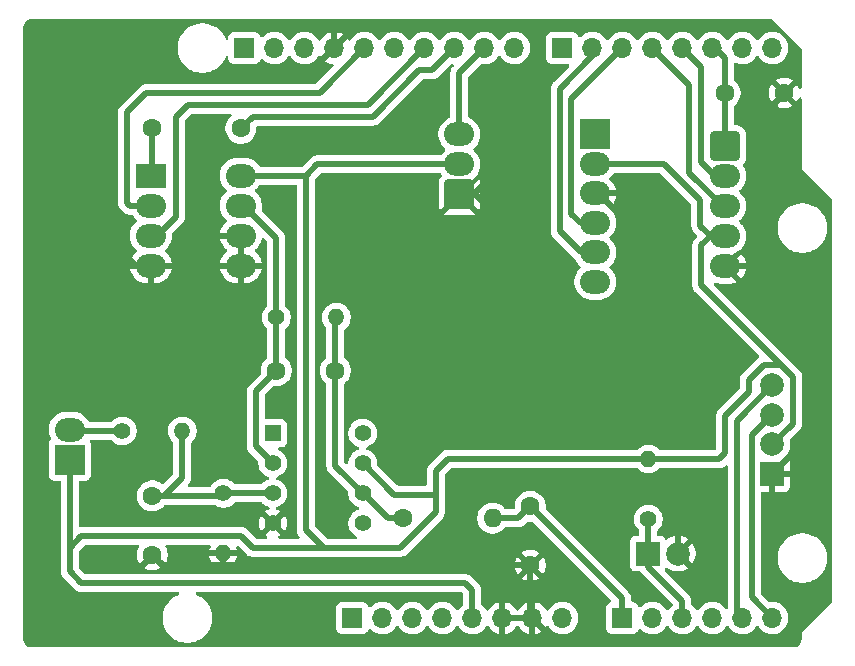
<source format=gbr>
%TF.GenerationSoftware,KiCad,Pcbnew,9.0.0*%
%TF.CreationDate,2025-03-18T21:40:51+01:00*%
%TF.ProjectId,Capteur_KICAD,43617074-6575-4725-9f4b-494341442e6b,rev?*%
%TF.SameCoordinates,Original*%
%TF.FileFunction,Copper,L2,Bot*%
%TF.FilePolarity,Positive*%
%FSLAX46Y46*%
G04 Gerber Fmt 4.6, Leading zero omitted, Abs format (unit mm)*
G04 Created by KiCad (PCBNEW 9.0.0) date 2025-03-18 21:40:51*
%MOMM*%
%LPD*%
G01*
G04 APERTURE LIST*
G04 Aperture macros list*
%AMRoundRect*
0 Rectangle with rounded corners*
0 $1 Rounding radius*
0 $2 $3 $4 $5 $6 $7 $8 $9 X,Y pos of 4 corners*
0 Add a 4 corners polygon primitive as box body*
4,1,4,$2,$3,$4,$5,$6,$7,$8,$9,$2,$3,0*
0 Add four circle primitives for the rounded corners*
1,1,$1+$1,$2,$3*
1,1,$1+$1,$4,$5*
1,1,$1+$1,$6,$7*
1,1,$1+$1,$8,$9*
0 Add four rect primitives between the rounded corners*
20,1,$1+$1,$2,$3,$4,$5,0*
20,1,$1+$1,$4,$5,$6,$7,0*
20,1,$1+$1,$6,$7,$8,$9,0*
20,1,$1+$1,$8,$9,$2,$3,0*%
G04 Aperture macros list end*
%TA.AperFunction,ComponentPad*%
%ADD10O,2.540000X2.000000*%
%TD*%
%TA.AperFunction,ComponentPad*%
%ADD11RoundRect,0.381000X0.889000X-0.889000X0.889000X0.889000X-0.889000X0.889000X-0.889000X-0.889000X0*%
%TD*%
%TA.AperFunction,ComponentPad*%
%ADD12R,1.700000X1.700000*%
%TD*%
%TA.AperFunction,ComponentPad*%
%ADD13O,1.700000X1.700000*%
%TD*%
%TA.AperFunction,ComponentPad*%
%ADD14C,1.600000*%
%TD*%
%TA.AperFunction,ComponentPad*%
%ADD15R,2.000000X2.000000*%
%TD*%
%TA.AperFunction,ComponentPad*%
%ADD16C,2.000000*%
%TD*%
%TA.AperFunction,ComponentPad*%
%ADD17R,2.540000X2.540000*%
%TD*%
%TA.AperFunction,ComponentPad*%
%ADD18RoundRect,0.381000X-0.889000X0.889000X-0.889000X-0.889000X0.889000X-0.889000X0.889000X0.889000X0*%
%TD*%
%TA.AperFunction,ComponentPad*%
%ADD19C,1.400000*%
%TD*%
%TA.AperFunction,ComponentPad*%
%ADD20O,1.400000X1.400000*%
%TD*%
%TA.AperFunction,ComponentPad*%
%ADD21O,1.600000X1.600000*%
%TD*%
%TA.AperFunction,ComponentPad*%
%ADD22R,2.540000X2.000000*%
%TD*%
%TA.AperFunction,ComponentPad*%
%ADD23R,1.397000X1.397000*%
%TD*%
%TA.AperFunction,ComponentPad*%
%ADD24C,1.397000*%
%TD*%
%TA.AperFunction,ViaPad*%
%ADD25C,1.600000*%
%TD*%
%TA.AperFunction,Conductor*%
%ADD26C,0.500000*%
%TD*%
G04 APERTURE END LIST*
D10*
%TO.P,U8,3,PWM*%
%TO.N,9*%
X137000000Y-56500000D03*
%TO.P,U8,2,5V*%
%TO.N,+5V*%
X137000000Y-59040000D03*
D11*
%TO.P,U8,1,GND*%
%TO.N,GND*%
X137000000Y-61580000D03*
%TD*%
D12*
%TO.P,J1,1,Pin_1*%
%TO.N,unconnected-(J1-Pin_1-Pad1)*%
X127940000Y-97460000D03*
D13*
%TO.P,J1,2,Pin_2*%
%TO.N,/IOREF*%
X130480000Y-97460000D03*
%TO.P,J1,3,Pin_3*%
%TO.N,/~{RESET}*%
X133020000Y-97460000D03*
%TO.P,J1,4,Pin_4*%
%TO.N,+3V3*%
X135560000Y-97460000D03*
%TO.P,J1,5,Pin_5*%
%TO.N,+5V*%
X138100000Y-97460000D03*
%TO.P,J1,6,Pin_6*%
%TO.N,GND*%
X140640000Y-97460000D03*
%TO.P,J1,7,Pin_7*%
X143180000Y-97460000D03*
%TO.P,J1,8,Pin_8*%
%TO.N,VCC*%
X145720000Y-97460000D03*
%TD*%
D12*
%TO.P,J3,1,Pin_1*%
%TO.N,A0*%
X150800000Y-97460000D03*
D13*
%TO.P,J3,2,Pin_2*%
%TO.N,/A1*%
X153340000Y-97460000D03*
%TO.P,J3,3,Pin_3*%
%TO.N,A2*%
X155880000Y-97460000D03*
%TO.P,J3,4,Pin_4*%
%TO.N,/A3*%
X158420000Y-97460000D03*
%TO.P,J3,5,Pin_5*%
%TO.N,A4*%
X160960000Y-97460000D03*
%TO.P,J3,6,Pin_6*%
%TO.N,A5*%
X163500000Y-97460000D03*
%TD*%
D12*
%TO.P,J2,1,Pin_1*%
%TO.N,A5*%
X118796000Y-49200000D03*
D13*
%TO.P,J2,2,Pin_2*%
%TO.N,A4*%
X121336000Y-49200000D03*
%TO.P,J2,3,Pin_3*%
%TO.N,/AREF*%
X123876000Y-49200000D03*
%TO.P,J2,4,Pin_4*%
%TO.N,GND*%
X126416000Y-49200000D03*
%TO.P,J2,5,Pin_5*%
%TO.N,13*%
X128956000Y-49200000D03*
%TO.P,J2,6,Pin_6*%
%TO.N,12*%
X131496000Y-49200000D03*
%TO.P,J2,7,Pin_7*%
%TO.N,11*%
X134036000Y-49200000D03*
%TO.P,J2,8,Pin_8*%
%TO.N,10*%
X136576000Y-49200000D03*
%TO.P,J2,9,Pin_9*%
%TO.N,9*%
X139116000Y-49200000D03*
%TO.P,J2,10,Pin_10*%
%TO.N,8*%
X141656000Y-49200000D03*
%TD*%
D12*
%TO.P,J4,1,Pin_1*%
%TO.N,7*%
X145720000Y-49200000D03*
D13*
%TO.P,J4,2,Pin_2*%
%TO.N,6*%
X148260000Y-49200000D03*
%TO.P,J4,3,Pin_3*%
%TO.N,5*%
X150800000Y-49200000D03*
%TO.P,J4,4,Pin_4*%
%TO.N,4*%
X153340000Y-49200000D03*
%TO.P,J4,5,Pin_5*%
%TO.N,3*%
X155880000Y-49200000D03*
%TO.P,J4,6,Pin_6*%
%TO.N,2*%
X158420000Y-49200000D03*
%TO.P,J4,7,Pin_7*%
%TO.N,/TX{slash}1*%
X160960000Y-49200000D03*
%TO.P,J4,8,Pin_8*%
%TO.N,/RX{slash}0*%
X163500000Y-49200000D03*
%TD*%
D14*
%TO.P,C1,1*%
%TO.N,GND*%
X111000000Y-92115000D03*
%TO.P,C1,2*%
%TO.N,Net-(U4-+IN)*%
X111000000Y-87115000D03*
%TD*%
D15*
%TO.P,U2,1,V+*%
%TO.N,A2*%
X152960000Y-92000000D03*
D16*
%TO.P,U2,2,V-*%
%TO.N,GND*%
X155500000Y-92000000D03*
%TD*%
D17*
%TO.P,U3,1,+*%
%TO.N,+5V*%
X104000000Y-84040000D03*
D10*
%TO.P,U3,2,-*%
%TO.N,Net-(U3--)*%
X104000000Y-81500000D03*
%TD*%
D15*
%TO.P,U5,1,GND*%
%TO.N,GND*%
X163500000Y-85250000D03*
D16*
%TO.P,U5,2,VCC*%
%TO.N,+5V*%
X163500000Y-82750000D03*
%TO.P,U5,3,SCL*%
%TO.N,A5*%
X163500000Y-80250000D03*
%TO.P,U5,4,SDA*%
%TO.N,A4*%
X163500000Y-77750000D03*
%TD*%
D17*
%TO.P,U1,1,Key*%
%TO.N,unconnected-(U1-Key-Pad1)*%
X148500000Y-56500000D03*
D10*
%TO.P,U1,2,VCC*%
%TO.N,+5V*%
X148500000Y-59000000D03*
%TO.P,U1,3,GND*%
%TO.N,GND*%
X148500000Y-61500000D03*
%TO.P,U1,4,TXD*%
%TO.N,5*%
X148500000Y-64000000D03*
%TO.P,U1,5,RXD*%
%TO.N,6*%
X148500000Y-66500000D03*
%TO.P,U1,6,STATE*%
%TO.N,unconnected-(U1-STATE-Pad6)*%
X148500000Y-69000000D03*
%TD*%
D18*
%TO.P,U7,1,CLK*%
%TO.N,2*%
X159500000Y-57500000D03*
D10*
%TO.P,U7,2,DT*%
%TO.N,3*%
X159500000Y-60040000D03*
%TO.P,U7,3,SW*%
%TO.N,4*%
X159500000Y-62580000D03*
%TO.P,U7,4,+*%
%TO.N,+5V*%
X159500000Y-65120000D03*
%TO.P,U7,5,GND*%
%TO.N,GND*%
X159500000Y-67660000D03*
%TD*%
D19*
%TO.P,R5,1*%
%TO.N,Net-(U3--)*%
X108460000Y-81615000D03*
D20*
%TO.P,R5,2*%
%TO.N,Net-(U4-+IN)*%
X113540000Y-81615000D03*
%TD*%
D19*
%TO.P,R7,1*%
%TO.N,A2*%
X153000000Y-89080000D03*
D20*
%TO.P,R7,2*%
%TO.N,+5V*%
X153000000Y-84000000D03*
%TD*%
D14*
%TO.P,R6,1*%
%TO.N,Net-(U4-OUT)*%
X132190000Y-89000000D03*
D21*
%TO.P,R6,2*%
%TO.N,A0*%
X139810000Y-89000000D03*
%TD*%
D14*
%TO.P,C2,1*%
%TO.N,GND*%
X143000000Y-93000000D03*
%TO.P,C2,2*%
%TO.N,A0*%
X143000000Y-88000000D03*
%TD*%
%TO.P,C4,1*%
%TO.N,Net-(U4--IN)*%
X121500000Y-76500000D03*
%TO.P,C4,2*%
%TO.N,Net-(U4-OUT)*%
X126500000Y-76500000D03*
%TD*%
D22*
%TO.P,U6,1,CS*%
%TO.N,10*%
X110880000Y-60000000D03*
D10*
%TO.P,U6,2,SCK*%
%TO.N,13*%
X110880000Y-62540000D03*
%TO.P,U6,3,SDI/SDO*%
%TO.N,11*%
X110880000Y-65080000D03*
%TO.P,U6,4,Vss*%
%TO.N,GND*%
X110880000Y-67620000D03*
%TO.P,U6,5,P0A*%
X118500000Y-67620000D03*
%TO.P,U6,6,P0W*%
X118500000Y-65080000D03*
%TO.P,U6,7,P0B*%
%TO.N,Net-(U4--IN)*%
X118500000Y-62540000D03*
%TO.P,U6,8,Vdd*%
%TO.N,+5V*%
X118500000Y-60000000D03*
%TD*%
D14*
%TO.P,C5,1*%
%TO.N,2*%
X159500000Y-53000000D03*
%TO.P,C5,2*%
%TO.N,GND*%
X164500000Y-53000000D03*
%TD*%
D23*
%TO.P,U4,1,NC*%
%TO.N,unconnected-(U4-NC-Pad1)*%
X121190000Y-81805000D03*
D24*
%TO.P,U4,2,-IN*%
%TO.N,Net-(U4--IN)*%
X121190000Y-84345000D03*
%TO.P,U4,3,+IN*%
%TO.N,Net-(U4-+IN)*%
X121190000Y-86885000D03*
%TO.P,U4,4,V-*%
%TO.N,GND*%
X121190000Y-89425000D03*
%TO.P,U4,5,EXT_CLOCK_INPUT*%
%TO.N,unconnected-(U4-EXT_CLOCK_INPUT-Pad5)*%
X128810000Y-89425000D03*
%TO.P,U4,6,OUT*%
%TO.N,Net-(U4-OUT)*%
X128810000Y-86885000D03*
%TO.P,U4,7,V+*%
%TO.N,+5V*%
X128810000Y-84345000D03*
%TO.P,U4,8,NC*%
%TO.N,unconnected-(U4-NC-Pad8)*%
X128810000Y-81805000D03*
%TD*%
D19*
%TO.P,R3,1*%
%TO.N,Net-(U4--IN)*%
X121500000Y-72000000D03*
D20*
%TO.P,R3,2*%
%TO.N,Net-(U4-OUT)*%
X126580000Y-72000000D03*
%TD*%
D19*
%TO.P,R1,1*%
%TO.N,Net-(U4-+IN)*%
X117000000Y-86895000D03*
D20*
%TO.P,R1,2*%
%TO.N,GND*%
X117000000Y-91975000D03*
%TD*%
D25*
%TO.N,10*%
X118500000Y-56000000D03*
X111000000Y-55949000D03*
%TD*%
D26*
%TO.N,11*%
X129234000Y-54000000D02*
X129235000Y-54001000D01*
X114000000Y-54000000D02*
X129234000Y-54000000D01*
%TO.N,10*%
X129649628Y-55002000D02*
X119498000Y-55002000D01*
X119498000Y-55002000D02*
X118500000Y-56000000D01*
X133575814Y-51075814D02*
X129649628Y-55002000D01*
X136576000Y-49200000D02*
X134700186Y-51075814D01*
X134700186Y-51075814D02*
X133575814Y-51075814D01*
%TO.N,3*%
X159500000Y-60040000D02*
X158661110Y-60040000D01*
X158661110Y-60040000D02*
X157479000Y-58857890D01*
X157479000Y-58857890D02*
X157479000Y-50799000D01*
X157479000Y-50799000D02*
X155880000Y-49200000D01*
%TO.N,+5V*%
X124960000Y-59040000D02*
X124000000Y-60000000D01*
X137000000Y-59040000D02*
X124960000Y-59040000D01*
X157479000Y-69252712D02*
X164225288Y-75999000D01*
X157479000Y-65911000D02*
X157479000Y-69252712D01*
X158270000Y-65120000D02*
X157479000Y-65911000D01*
X159500000Y-65120000D02*
X158270000Y-65120000D01*
%TO.N,GND*%
X159500000Y-67660000D02*
X164660000Y-67660000D01*
%TO.N,+5V*%
X159500000Y-65120000D02*
X160120000Y-65120000D01*
X154298084Y-59000000D02*
X148500000Y-59000000D01*
X157399042Y-62100958D02*
X154298084Y-59000000D01*
X157399042Y-64249042D02*
X157399042Y-62100958D01*
X158270000Y-65120000D02*
X157399042Y-64249042D01*
%TO.N,4*%
X156478000Y-52338000D02*
X153340000Y-49200000D01*
X156478000Y-59764288D02*
X156478000Y-52338000D01*
X159293712Y-62580000D02*
X156478000Y-59764288D01*
X159500000Y-62580000D02*
X159293712Y-62580000D01*
%TO.N,GND*%
X163689000Y-66689000D02*
X164660000Y-67660000D01*
X163689000Y-53811000D02*
X163689000Y-66689000D01*
X164500000Y-53000000D02*
X163689000Y-53811000D01*
%TO.N,2*%
X159500000Y-53000000D02*
X159500000Y-57500000D01*
%TO.N,GND*%
X166252000Y-69252000D02*
X164660000Y-67660000D01*
X166252000Y-82498000D02*
X166252000Y-69252000D01*
X163500000Y-85250000D02*
X166252000Y-82498000D01*
%TO.N,+5V*%
X159000000Y-84000000D02*
X153000000Y-84000000D01*
X159500000Y-83500000D02*
X159000000Y-84000000D01*
X161500000Y-77273712D02*
X161500000Y-78334372D01*
X162774712Y-75999000D02*
X161500000Y-77273712D01*
X164225288Y-75999000D02*
X162774712Y-75999000D01*
X165251000Y-77024712D02*
X164225288Y-75999000D01*
X161500000Y-78334372D02*
X159500000Y-80334372D01*
X165251000Y-80999000D02*
X165251000Y-77024712D01*
X159500000Y-80334372D02*
X159500000Y-83500000D01*
X163500000Y-82750000D02*
X165251000Y-80999000D01*
%TO.N,A4*%
X160500000Y-80750000D02*
X163500000Y-77750000D01*
X160500000Y-97000000D02*
X160500000Y-80750000D01*
X160960000Y-97460000D02*
X160500000Y-97000000D01*
%TO.N,A5*%
X161749000Y-95709000D02*
X163500000Y-97460000D01*
X163500000Y-80250000D02*
X161749000Y-82001000D01*
X161749000Y-82001000D02*
X161749000Y-95709000D01*
%TO.N,GND*%
X163500000Y-87000000D02*
X163500000Y-85250000D01*
X163500000Y-95195844D02*
X163500000Y-87000000D01*
%TO.N,11*%
X129235000Y-54001000D02*
X134036000Y-49200000D01*
X111420000Y-65080000D02*
X113000000Y-63500000D01*
X113000000Y-55000000D02*
X114000000Y-54000000D01*
X114000000Y-54000000D02*
X114001000Y-54001000D01*
X110880000Y-65080000D02*
X111420000Y-65080000D01*
X113000000Y-63500000D02*
X113000000Y-55000000D01*
%TO.N,GND*%
X140000000Y-51000000D02*
X142120156Y-51000000D01*
X139000000Y-52000000D02*
X140000000Y-51000000D01*
X139021000Y-52021000D02*
X139000000Y-52000000D01*
X139021000Y-60829000D02*
X139021000Y-52021000D01*
X142319156Y-47599000D02*
X128017000Y-47599000D01*
X142120156Y-51000000D02*
X143257000Y-49863156D01*
X143257000Y-49863156D02*
X143257000Y-48536844D01*
X128017000Y-47599000D02*
X126416000Y-49200000D01*
X143257000Y-48536844D02*
X142319156Y-47599000D01*
X138270000Y-61580000D02*
X139021000Y-60829000D01*
X137000000Y-61580000D02*
X138270000Y-61580000D01*
X147504712Y-70751000D02*
X138333712Y-61580000D01*
X138333712Y-61580000D02*
X137000000Y-61580000D01*
X150521000Y-69725288D02*
X149495288Y-70751000D01*
X149495288Y-70751000D02*
X147504712Y-70751000D01*
%TO.N,9*%
X137000000Y-51316000D02*
X137000000Y-56500000D01*
X139116000Y-49200000D02*
X137000000Y-51316000D01*
%TO.N,GND*%
X150521000Y-63274712D02*
X150521000Y-69725288D01*
X148746288Y-61500000D02*
X150521000Y-63274712D01*
X118500000Y-65080000D02*
X118500000Y-67620000D01*
X118500000Y-67620000D02*
X110880000Y-67620000D01*
X143000000Y-93000000D02*
X143000000Y-97280000D01*
X110880000Y-67620000D02*
X109584288Y-67620000D01*
X139000000Y-93000000D02*
X117000000Y-93000000D01*
X138259000Y-88357554D02*
X138259000Y-92259000D01*
X155500000Y-89527976D02*
X152421024Y-86449000D01*
X144781000Y-99061000D02*
X164163156Y-99061000D01*
X110084372Y-52000000D02*
X123616000Y-52000000D01*
X155880000Y-92120000D02*
X156000000Y-92000000D01*
X143000000Y-93000000D02*
X139000000Y-93000000D01*
X148500000Y-61500000D02*
X148746288Y-61500000D01*
X143180000Y-97460000D02*
X144781000Y-99061000D01*
X164163156Y-99061000D02*
X165101000Y-98123156D01*
X111885000Y-93000000D02*
X111000000Y-92115000D01*
X152421024Y-86449000D02*
X140167554Y-86449000D01*
X165101000Y-96796844D02*
X163500000Y-95195844D01*
X164500000Y-53000000D02*
X165000000Y-53000000D01*
X117000000Y-91975000D02*
X117000000Y-93000000D01*
X155500000Y-92000000D02*
X155500000Y-89527976D01*
X140167554Y-86449000D02*
X138259000Y-88357554D01*
X165101000Y-98123156D02*
X165101000Y-96796844D01*
X107858000Y-54226372D02*
X110084372Y-52000000D01*
X143000000Y-97280000D02*
X143180000Y-97460000D01*
X138259000Y-92259000D02*
X139000000Y-93000000D01*
X109584288Y-67620000D02*
X107858000Y-65893712D01*
X107858000Y-65893712D02*
X107858000Y-54226372D01*
X117000000Y-93000000D02*
X111885000Y-93000000D01*
X126416000Y-49200000D02*
X123616000Y-52000000D01*
%TO.N,+5V*%
X119500000Y-91500000D02*
X125500000Y-91500000D01*
X138100000Y-97460000D02*
X138040000Y-97460000D01*
X105000000Y-94500000D02*
X104000000Y-93500000D01*
X104000000Y-93500000D02*
X104000000Y-91500000D01*
X135000000Y-87000000D02*
X135000000Y-85000000D01*
X124000000Y-90000000D02*
X124000000Y-60000000D01*
X138100000Y-95100000D02*
X137500000Y-94500000D01*
X124000000Y-60000000D02*
X118500000Y-60000000D01*
X118500000Y-90500000D02*
X119500000Y-91500000D01*
X137500000Y-94500000D02*
X105000000Y-94500000D01*
X128810000Y-84345000D02*
X131465000Y-87000000D01*
X104000000Y-91500000D02*
X105000000Y-90500000D01*
X132000000Y-91500000D02*
X135000000Y-88500000D01*
X135000000Y-88500000D02*
X135000000Y-87000000D01*
X125500000Y-91500000D02*
X132000000Y-91500000D01*
X104000000Y-91500000D02*
X104000000Y-84040000D01*
X135000000Y-85000000D02*
X136000000Y-84000000D01*
X138040000Y-97460000D02*
X138000000Y-97500000D01*
X138100000Y-97460000D02*
X138100000Y-95100000D01*
X131465000Y-87000000D02*
X135000000Y-87000000D01*
X136000000Y-84000000D02*
X153000000Y-84000000D01*
X160500000Y-65120000D02*
X159270000Y-65120000D01*
X105000000Y-90500000D02*
X118500000Y-90500000D01*
X125500000Y-91500000D02*
X124000000Y-90000000D01*
%TO.N,Net-(U4-+IN)*%
X113540000Y-81615000D02*
X113540000Y-85575000D01*
X113540000Y-85575000D02*
X112000000Y-87115000D01*
X111000000Y-87115000D02*
X112000000Y-87115000D01*
X112000000Y-87115000D02*
X116780000Y-87115000D01*
X121180000Y-86895000D02*
X121190000Y-86885000D01*
X116780000Y-87115000D02*
X117000000Y-86895000D01*
X117000000Y-86895000D02*
X121180000Y-86895000D01*
%TO.N,A0*%
X150800000Y-97460000D02*
X150800000Y-95800000D01*
X142000000Y-89000000D02*
X143000000Y-88000000D01*
X139810000Y-89000000D02*
X142000000Y-89000000D01*
X150800000Y-95800000D02*
X143000000Y-88000000D01*
%TO.N,Net-(U4--IN)*%
X119740500Y-78259500D02*
X121500000Y-76500000D01*
X118500000Y-62540000D02*
X118770000Y-62540000D01*
X119740500Y-82895500D02*
X119740500Y-78259500D01*
X121190000Y-84345000D02*
X119740500Y-82895500D01*
X118770000Y-62540000D02*
X121500000Y-65270000D01*
X121500000Y-65270000D02*
X121500000Y-72000000D01*
X121500000Y-76500000D02*
X121500000Y-72000000D01*
%TO.N,11*%
X111000000Y-65000000D02*
X111605628Y-65000000D01*
X110880000Y-65080000D02*
X110920000Y-65080000D01*
X110920000Y-65080000D02*
X111000000Y-65000000D01*
%TO.N,13*%
X108859000Y-54641000D02*
X108859000Y-62289000D01*
X125156000Y-53000000D02*
X110500000Y-53000000D01*
X109110000Y-62540000D02*
X110880000Y-62540000D01*
X110500000Y-53000000D02*
X108859000Y-54641000D01*
X108859000Y-62289000D02*
X109110000Y-62540000D01*
X128956000Y-49200000D02*
X125156000Y-53000000D01*
%TO.N,10*%
X111000000Y-59880000D02*
X110880000Y-60000000D01*
X111000000Y-55500000D02*
X111000000Y-59880000D01*
%TO.N,9*%
X139116000Y-49200000D02*
X139116000Y-49384000D01*
X139116000Y-49384000D02*
X139000000Y-49500000D01*
%TO.N,6*%
X148500000Y-66500000D02*
X147270000Y-66500000D01*
X147270000Y-66500000D02*
X145478000Y-64708000D01*
X145478000Y-52644000D02*
X148260000Y-49862000D01*
X148260000Y-49862000D02*
X148260000Y-49200000D01*
X145478000Y-64708000D02*
X145478000Y-52644000D01*
%TO.N,4*%
X160080000Y-62580000D02*
X160500000Y-62580000D01*
%TO.N,5*%
X146479000Y-53521000D02*
X150800000Y-49200000D01*
X146479000Y-63209000D02*
X146479000Y-53521000D01*
X147270000Y-64000000D02*
X146479000Y-63209000D01*
X148500000Y-64000000D02*
X147270000Y-64000000D01*
%TO.N,Net-(U3--)*%
X104115000Y-81615000D02*
X104000000Y-81500000D01*
X108460000Y-81615000D02*
X104115000Y-81615000D01*
%TO.N,Net-(U4-OUT)*%
X126500000Y-76500000D02*
X126500000Y-72080000D01*
X132190000Y-89000000D02*
X130925000Y-89000000D01*
X128810000Y-86885000D02*
X126500000Y-84575000D01*
X126500000Y-84575000D02*
X126500000Y-76500000D01*
X130925000Y-89000000D02*
X128810000Y-86885000D01*
X126500000Y-72080000D02*
X126580000Y-72000000D01*
%TO.N,A2*%
X153000000Y-92000000D02*
X153000000Y-93120000D01*
X153000000Y-93120000D02*
X155880000Y-96000000D01*
X153000000Y-89080000D02*
X153000000Y-92000000D01*
X155880000Y-97460000D02*
X155880000Y-96000000D01*
%TO.N,2*%
X158500000Y-49000000D02*
X159500000Y-50000000D01*
X158420000Y-49080000D02*
X158500000Y-49000000D01*
X158420000Y-49200000D02*
X158420000Y-49080000D01*
X159500000Y-50000000D02*
X159500000Y-53000000D01*
%TD*%
%TA.AperFunction,Conductor*%
%TO.N,GND*%
G36*
X142714075Y-97267007D02*
G01*
X142680000Y-97394174D01*
X142680000Y-97525826D01*
X142714075Y-97652993D01*
X142746988Y-97710000D01*
X141073012Y-97710000D01*
X141105925Y-97652993D01*
X141140000Y-97525826D01*
X141140000Y-97394174D01*
X141105925Y-97267007D01*
X141073012Y-97210000D01*
X142746988Y-97210000D01*
X142714075Y-97267007D01*
G37*
%TD.AperFunction*%
%TA.AperFunction,Conductor*%
G36*
X123184539Y-60778185D02*
G01*
X123230294Y-60830989D01*
X123241500Y-60882500D01*
X123241500Y-90074709D01*
X123270647Y-90221239D01*
X123270649Y-90221247D01*
X123322176Y-90345645D01*
X123327826Y-90359284D01*
X123346148Y-90386705D01*
X123410835Y-90483517D01*
X123457137Y-90529819D01*
X123490622Y-90591142D01*
X123485638Y-90660834D01*
X123443766Y-90716767D01*
X123378302Y-90741184D01*
X123369456Y-90741500D01*
X121762645Y-90741500D01*
X121695606Y-90721815D01*
X121649851Y-90669011D01*
X121639907Y-90599853D01*
X121668932Y-90536297D01*
X121706350Y-90507015D01*
X121818151Y-90450048D01*
X121843255Y-90431808D01*
X121843256Y-90431808D01*
X121274095Y-89862647D01*
X121361571Y-89839208D01*
X121462930Y-89780689D01*
X121545689Y-89697930D01*
X121604208Y-89596571D01*
X121627647Y-89509094D01*
X122196808Y-90078256D01*
X122196808Y-90078255D01*
X122215048Y-90053151D01*
X122300694Y-89885064D01*
X122300695Y-89885061D01*
X122358988Y-89705650D01*
X122388500Y-89519323D01*
X122388500Y-89330676D01*
X122358988Y-89144349D01*
X122300695Y-88964938D01*
X122300694Y-88964935D01*
X122215046Y-88796844D01*
X122196809Y-88771743D01*
X122196808Y-88771743D01*
X121627647Y-89340904D01*
X121604208Y-89253429D01*
X121545689Y-89152070D01*
X121462930Y-89069311D01*
X121361571Y-89010792D01*
X121274094Y-88987352D01*
X121843255Y-88418190D01*
X121843255Y-88418189D01*
X121818153Y-88399952D01*
X121650063Y-88314305D01*
X121650061Y-88314304D01*
X121536477Y-88277399D01*
X121478801Y-88237962D01*
X121451603Y-88173603D01*
X121463518Y-88104757D01*
X121510762Y-88053281D01*
X121536478Y-88041537D01*
X121653321Y-88003573D01*
X121653327Y-88003571D01*
X121694057Y-87982818D01*
X121822606Y-87917319D01*
X121976308Y-87805648D01*
X122110648Y-87671308D01*
X122222319Y-87517606D01*
X122308571Y-87348327D01*
X122367279Y-87167640D01*
X122397000Y-86979993D01*
X122397000Y-86790007D01*
X122367279Y-86602360D01*
X122311016Y-86429197D01*
X122308572Y-86421675D01*
X122308571Y-86421672D01*
X122245468Y-86297827D01*
X122222319Y-86252394D01*
X122110648Y-86098692D01*
X121976308Y-85964352D01*
X121822606Y-85852681D01*
X121794156Y-85838185D01*
X121653327Y-85766428D01*
X121653324Y-85766427D01*
X121550230Y-85732931D01*
X121492555Y-85693494D01*
X121465356Y-85629136D01*
X121477270Y-85560289D01*
X121524514Y-85508813D01*
X121550230Y-85497069D01*
X121653324Y-85463572D01*
X121653327Y-85463571D01*
X121822606Y-85377319D01*
X121976308Y-85265648D01*
X122110648Y-85131308D01*
X122222319Y-84977606D01*
X122308571Y-84808327D01*
X122367279Y-84627640D01*
X122397000Y-84439993D01*
X122397000Y-84250007D01*
X122367279Y-84062360D01*
X122314727Y-83900620D01*
X122308572Y-83881675D01*
X122308571Y-83881672D01*
X122243301Y-83753574D01*
X122222319Y-83712394D01*
X122110648Y-83558692D01*
X121976308Y-83424352D01*
X121822606Y-83312681D01*
X121692688Y-83246484D01*
X121641893Y-83198510D01*
X121625098Y-83130689D01*
X121647635Y-83064554D01*
X121702351Y-83021103D01*
X121748984Y-83012000D01*
X121937138Y-83012000D01*
X121937154Y-83011999D01*
X121964192Y-83009091D01*
X121997701Y-83005489D01*
X122134704Y-82954389D01*
X122251761Y-82866761D01*
X122339389Y-82749704D01*
X122390489Y-82612701D01*
X122396402Y-82557705D01*
X122396999Y-82552154D01*
X122397000Y-82552137D01*
X122397000Y-81057862D01*
X122396999Y-81057845D01*
X122392789Y-81018692D01*
X122390489Y-80997299D01*
X122384636Y-80981608D01*
X122348362Y-80884354D01*
X122339389Y-80860296D01*
X122251761Y-80743239D01*
X122134704Y-80655611D01*
X122117923Y-80649352D01*
X121997703Y-80604511D01*
X121937154Y-80598000D01*
X121937138Y-80598000D01*
X120623000Y-80598000D01*
X120555961Y-80578315D01*
X120510206Y-80525511D01*
X120499000Y-80474000D01*
X120499000Y-78625042D01*
X120518685Y-78558003D01*
X120535315Y-78537365D01*
X121237669Y-77835010D01*
X121298990Y-77801527D01*
X121344742Y-77800220D01*
X121397019Y-77808500D01*
X121397021Y-77808500D01*
X121602980Y-77808500D01*
X121602981Y-77808500D01*
X121806408Y-77776280D01*
X122002290Y-77712634D01*
X122185803Y-77619129D01*
X122352430Y-77498068D01*
X122498068Y-77352430D01*
X122619129Y-77185803D01*
X122712634Y-77002290D01*
X122776280Y-76806408D01*
X122808500Y-76602981D01*
X122808500Y-76397019D01*
X122776280Y-76193592D01*
X122712634Y-75997710D01*
X122712632Y-75997707D01*
X122712632Y-75997705D01*
X122678709Y-75931128D01*
X122619129Y-75814197D01*
X122603661Y-75792908D01*
X122498073Y-75647576D01*
X122498069Y-75647571D01*
X122352432Y-75501934D01*
X122352426Y-75501929D01*
X122309615Y-75470825D01*
X122266949Y-75415495D01*
X122258500Y-75370507D01*
X122258500Y-73001939D01*
X122278185Y-72934900D01*
X122294819Y-72914258D01*
X122338500Y-72870577D01*
X122421792Y-72787285D01*
X122533602Y-72633392D01*
X122619961Y-72463903D01*
X122678743Y-72282991D01*
X122708500Y-72095116D01*
X122708500Y-71904883D01*
X122678743Y-71717008D01*
X122619959Y-71536092D01*
X122533601Y-71366607D01*
X122421792Y-71212715D01*
X122294819Y-71085742D01*
X122261334Y-71024419D01*
X122258500Y-70998061D01*
X122258500Y-65195291D01*
X122229352Y-65048759D01*
X122229351Y-65048758D01*
X122229351Y-65048754D01*
X122227919Y-65045295D01*
X122215028Y-65014174D01*
X122172175Y-64910718D01*
X122172174Y-64910715D01*
X122172172Y-64910712D01*
X122172170Y-64910708D01*
X122089166Y-64786485D01*
X122089163Y-64786481D01*
X120279819Y-62977138D01*
X120246334Y-62915815D01*
X120245027Y-62870062D01*
X120263815Y-62751435D01*
X120278500Y-62658726D01*
X120278500Y-62421272D01*
X120241356Y-62186758D01*
X120174208Y-61980099D01*
X120167982Y-61960937D01*
X120167980Y-61960934D01*
X120167980Y-61960932D01*
X120060184Y-61749372D01*
X119920620Y-61557278D01*
X119752722Y-61389380D01*
X119752718Y-61389376D01*
X119726487Y-61370319D01*
X119683820Y-61314990D01*
X119677840Y-61245376D01*
X119710446Y-61183581D01*
X119726487Y-61169681D01*
X119752718Y-61150623D01*
X119752718Y-61150622D01*
X119752722Y-61150620D01*
X119920620Y-60982722D01*
X120046389Y-60809614D01*
X120101719Y-60766949D01*
X120146707Y-60758500D01*
X123117500Y-60758500D01*
X123184539Y-60778185D01*
G37*
%TD.AperFunction*%
%TA.AperFunction,Conductor*%
G36*
X118750000Y-67186988D02*
G01*
X118692993Y-67154075D01*
X118565826Y-67120000D01*
X118434174Y-67120000D01*
X118307007Y-67154075D01*
X118250000Y-67186988D01*
X118250000Y-65513012D01*
X118307007Y-65545925D01*
X118434174Y-65580000D01*
X118565826Y-65580000D01*
X118692993Y-65545925D01*
X118750000Y-65513012D01*
X118750000Y-67186988D01*
G37*
%TD.AperFunction*%
%TA.AperFunction,Conductor*%
G36*
X163484404Y-46755185D02*
G01*
X163505046Y-46771819D01*
X165928181Y-49194954D01*
X165961666Y-49256277D01*
X165964500Y-49282635D01*
X165964500Y-52517474D01*
X165944815Y-52584513D01*
X165892011Y-52630268D01*
X165822853Y-52640212D01*
X165759297Y-52611187D01*
X165722569Y-52555793D01*
X165704755Y-52500968D01*
X165611859Y-52318650D01*
X165579474Y-52274077D01*
X165579474Y-52274076D01*
X164900000Y-52953551D01*
X164900000Y-52947339D01*
X164872741Y-52845606D01*
X164820080Y-52754394D01*
X164745606Y-52679920D01*
X164654394Y-52627259D01*
X164552661Y-52600000D01*
X164546446Y-52600000D01*
X165225922Y-51920524D01*
X165225921Y-51920523D01*
X165181359Y-51888147D01*
X165181350Y-51888141D01*
X164999031Y-51795244D01*
X164804417Y-51732009D01*
X164602317Y-51700000D01*
X164397683Y-51700000D01*
X164195582Y-51732009D01*
X164000968Y-51795244D01*
X163818644Y-51888143D01*
X163774077Y-51920523D01*
X163774077Y-51920524D01*
X164453554Y-52600000D01*
X164447339Y-52600000D01*
X164345606Y-52627259D01*
X164254394Y-52679920D01*
X164179920Y-52754394D01*
X164127259Y-52845606D01*
X164100000Y-52947339D01*
X164100000Y-52953553D01*
X163420524Y-52274077D01*
X163420523Y-52274077D01*
X163388143Y-52318644D01*
X163295244Y-52500968D01*
X163232009Y-52695582D01*
X163200000Y-52897682D01*
X163200000Y-53102317D01*
X163232009Y-53304417D01*
X163295244Y-53499031D01*
X163388141Y-53681350D01*
X163388147Y-53681359D01*
X163420523Y-53725921D01*
X163420524Y-53725922D01*
X164100000Y-53046446D01*
X164100000Y-53052661D01*
X164127259Y-53154394D01*
X164179920Y-53245606D01*
X164254394Y-53320080D01*
X164345606Y-53372741D01*
X164447339Y-53400000D01*
X164453553Y-53400000D01*
X163774076Y-54079474D01*
X163818650Y-54111859D01*
X164000968Y-54204755D01*
X164195582Y-54267990D01*
X164397683Y-54300000D01*
X164602317Y-54300000D01*
X164804417Y-54267990D01*
X164999031Y-54204755D01*
X165181349Y-54111859D01*
X165225921Y-54079474D01*
X164546447Y-53400000D01*
X164552661Y-53400000D01*
X164654394Y-53372741D01*
X164745606Y-53320080D01*
X164820080Y-53245606D01*
X164872741Y-53154394D01*
X164900000Y-53052661D01*
X164900000Y-53046447D01*
X165579474Y-53725921D01*
X165611859Y-53681349D01*
X165704754Y-53499031D01*
X165722569Y-53444206D01*
X165762007Y-53386531D01*
X165826365Y-53359333D01*
X165895212Y-53371248D01*
X165946687Y-53418492D01*
X165964500Y-53482525D01*
X165964500Y-59344982D01*
X165964500Y-59375018D01*
X165975994Y-59402767D01*
X165975995Y-59402768D01*
X168468181Y-61894954D01*
X168501666Y-61956277D01*
X168504500Y-61982635D01*
X168504500Y-96107364D01*
X168484815Y-96174403D01*
X168468181Y-96195045D01*
X165997233Y-98665994D01*
X165975995Y-98687231D01*
X165964500Y-98714982D01*
X165964500Y-99231907D01*
X165963903Y-99244061D01*
X165963903Y-99244062D01*
X165952505Y-99359778D01*
X165947763Y-99383618D01*
X165917832Y-99482290D01*
X165915789Y-99489024D01*
X165906486Y-99511482D01*
X165854561Y-99608627D01*
X165841056Y-99628839D01*
X165771176Y-99713988D01*
X165753988Y-99731176D01*
X165668839Y-99801056D01*
X165648627Y-99814561D01*
X165551482Y-99866486D01*
X165529028Y-99875787D01*
X165487028Y-99888528D01*
X165423618Y-99907763D01*
X165399778Y-99912505D01*
X165291162Y-99923203D01*
X165284060Y-99923903D01*
X165271907Y-99924500D01*
X100768093Y-99924500D01*
X100755939Y-99923903D01*
X100747995Y-99923120D01*
X100640221Y-99912505D01*
X100616381Y-99907763D01*
X100599445Y-99902625D01*
X100510968Y-99875786D01*
X100488517Y-99866486D01*
X100391372Y-99814561D01*
X100371160Y-99801056D01*
X100286011Y-99731176D01*
X100268823Y-99713988D01*
X100198943Y-99628839D01*
X100185438Y-99608627D01*
X100140504Y-99524561D01*
X100133510Y-99511476D01*
X100124215Y-99489037D01*
X100092234Y-99383612D01*
X100087494Y-99359777D01*
X100086326Y-99347923D01*
X100076097Y-99244061D01*
X100075500Y-99231907D01*
X100075500Y-81381272D01*
X102221500Y-81381272D01*
X102221500Y-81618727D01*
X102258643Y-81853241D01*
X102301797Y-81986054D01*
X102332018Y-82079063D01*
X102332019Y-82079066D01*
X102332020Y-82079067D01*
X102415075Y-82242072D01*
X102427971Y-82310741D01*
X102401695Y-82375482D01*
X102378903Y-82397632D01*
X102366739Y-82406739D01*
X102364433Y-82409820D01*
X102279111Y-82523795D01*
X102228011Y-82660795D01*
X102228011Y-82660797D01*
X102221500Y-82721345D01*
X102221500Y-85358654D01*
X102228011Y-85419202D01*
X102228011Y-85419204D01*
X102261435Y-85508813D01*
X102279111Y-85556204D01*
X102366739Y-85673261D01*
X102483796Y-85760889D01*
X102598949Y-85803839D01*
X102606082Y-85806500D01*
X102620799Y-85811989D01*
X102648050Y-85814918D01*
X102681345Y-85818499D01*
X102681362Y-85818500D01*
X103117500Y-85818500D01*
X103184539Y-85838185D01*
X103230294Y-85890989D01*
X103241500Y-85942500D01*
X103241500Y-93574709D01*
X103270647Y-93721239D01*
X103270649Y-93721247D01*
X103327825Y-93859282D01*
X103410835Y-93983517D01*
X103410836Y-93983518D01*
X103938154Y-94510835D01*
X104410834Y-94983515D01*
X104410835Y-94983516D01*
X104516484Y-95089165D01*
X104516485Y-95089166D01*
X104640709Y-95172170D01*
X104640722Y-95172177D01*
X104778749Y-95229349D01*
X104778754Y-95229351D01*
X104778758Y-95229351D01*
X104778759Y-95229352D01*
X104925291Y-95258500D01*
X104925294Y-95258500D01*
X104925295Y-95258500D01*
X105074705Y-95258500D01*
X113172630Y-95258500D01*
X113239669Y-95278185D01*
X113285424Y-95330989D01*
X113295368Y-95400147D01*
X113266343Y-95463703D01*
X113220083Y-95497061D01*
X113038982Y-95572075D01*
X113038971Y-95572080D01*
X112800516Y-95709754D01*
X112582073Y-95877370D01*
X112582066Y-95877376D01*
X112387376Y-96072066D01*
X112387370Y-96072073D01*
X112219754Y-96290516D01*
X112082080Y-96528971D01*
X112082080Y-96528972D01*
X111976704Y-96783369D01*
X111905441Y-97049331D01*
X111905438Y-97049344D01*
X111869501Y-97322315D01*
X111869500Y-97322332D01*
X111869500Y-97597667D01*
X111869501Y-97597684D01*
X111905438Y-97870655D01*
X111905439Y-97870660D01*
X111905440Y-97870666D01*
X111929377Y-97960000D01*
X111976704Y-98136630D01*
X112082075Y-98391017D01*
X112082080Y-98391028D01*
X112164861Y-98534407D01*
X112219751Y-98629479D01*
X112219753Y-98629482D01*
X112219754Y-98629483D01*
X112387370Y-98847926D01*
X112387376Y-98847933D01*
X112582066Y-99042623D01*
X112582072Y-99042628D01*
X112800521Y-99210249D01*
X112953778Y-99298732D01*
X113038971Y-99347919D01*
X113038976Y-99347921D01*
X113038979Y-99347923D01*
X113293368Y-99453295D01*
X113559334Y-99524560D01*
X113832326Y-99560500D01*
X113832333Y-99560500D01*
X114107667Y-99560500D01*
X114107674Y-99560500D01*
X114380666Y-99524560D01*
X114646632Y-99453295D01*
X114901021Y-99347923D01*
X115139479Y-99210249D01*
X115357928Y-99042628D01*
X115552628Y-98847928D01*
X115720249Y-98629479D01*
X115857923Y-98391021D01*
X115963295Y-98136632D01*
X116034560Y-97870666D01*
X116070500Y-97597674D01*
X116070500Y-97322326D01*
X116034560Y-97049334D01*
X115963295Y-96783368D01*
X115857923Y-96528979D01*
X115857922Y-96528978D01*
X115857920Y-96528972D01*
X115857919Y-96528971D01*
X115762554Y-96363796D01*
X115720249Y-96290521D01*
X115600877Y-96134951D01*
X115552629Y-96072073D01*
X115552623Y-96072066D01*
X115357933Y-95877376D01*
X115357926Y-95877370D01*
X115139483Y-95709754D01*
X115139482Y-95709753D01*
X115139479Y-95709751D01*
X115019916Y-95640721D01*
X114901028Y-95572080D01*
X114901017Y-95572075D01*
X114719917Y-95497061D01*
X114665514Y-95453220D01*
X114643449Y-95386926D01*
X114660728Y-95319227D01*
X114711865Y-95271616D01*
X114767370Y-95258500D01*
X137134457Y-95258500D01*
X137163897Y-95267144D01*
X137193884Y-95273668D01*
X137198899Y-95277422D01*
X137201496Y-95278185D01*
X137222138Y-95294819D01*
X137305181Y-95377862D01*
X137338666Y-95439185D01*
X137341500Y-95465543D01*
X137341500Y-96268701D01*
X137321815Y-96335740D01*
X137290387Y-96369018D01*
X137214996Y-96423793D01*
X137063796Y-96574993D01*
X136938105Y-96747991D01*
X136935727Y-96751873D01*
X136883914Y-96798748D01*
X136814984Y-96810169D01*
X136750822Y-96782512D01*
X136724273Y-96751873D01*
X136721894Y-96747991D01*
X136693401Y-96708774D01*
X136596206Y-96574996D01*
X136445004Y-96423794D01*
X136272009Y-96298106D01*
X136257113Y-96290516D01*
X136081483Y-96201027D01*
X136081480Y-96201026D01*
X135878117Y-96134951D01*
X135758951Y-96116077D01*
X135666916Y-96101500D01*
X135453084Y-96101500D01*
X135382684Y-96112650D01*
X135241882Y-96134951D01*
X135038519Y-96201026D01*
X135038516Y-96201027D01*
X134847990Y-96298106D01*
X134674993Y-96423796D01*
X134523796Y-96574993D01*
X134398105Y-96747991D01*
X134395727Y-96751873D01*
X134343914Y-96798748D01*
X134274984Y-96810169D01*
X134210822Y-96782512D01*
X134184273Y-96751873D01*
X134181894Y-96747991D01*
X134153401Y-96708774D01*
X134056206Y-96574996D01*
X133905004Y-96423794D01*
X133732009Y-96298106D01*
X133717113Y-96290516D01*
X133541483Y-96201027D01*
X133541480Y-96201026D01*
X133338117Y-96134951D01*
X133218951Y-96116077D01*
X133126916Y-96101500D01*
X132913084Y-96101500D01*
X132842684Y-96112650D01*
X132701882Y-96134951D01*
X132498519Y-96201026D01*
X132498516Y-96201027D01*
X132307990Y-96298106D01*
X132134993Y-96423796D01*
X131983796Y-96574993D01*
X131858105Y-96747991D01*
X131855727Y-96751873D01*
X131803914Y-96798748D01*
X131734984Y-96810169D01*
X131670822Y-96782512D01*
X131644273Y-96751873D01*
X131641894Y-96747991D01*
X131613401Y-96708774D01*
X131516206Y-96574996D01*
X131365004Y-96423794D01*
X131192009Y-96298106D01*
X131177113Y-96290516D01*
X131001483Y-96201027D01*
X131001480Y-96201026D01*
X130798117Y-96134951D01*
X130678951Y-96116077D01*
X130586916Y-96101500D01*
X130373084Y-96101500D01*
X130302684Y-96112650D01*
X130161882Y-96134951D01*
X129958519Y-96201026D01*
X129958516Y-96201027D01*
X129767990Y-96298106D01*
X129594997Y-96423793D01*
X129489818Y-96528972D01*
X129428495Y-96562456D01*
X129358803Y-96557472D01*
X129302870Y-96515600D01*
X129285958Y-96484629D01*
X129240889Y-96363796D01*
X129153261Y-96246739D01*
X129036204Y-96159111D01*
X129035172Y-96158726D01*
X128899203Y-96108011D01*
X128838654Y-96101500D01*
X128838638Y-96101500D01*
X127041362Y-96101500D01*
X127041345Y-96101500D01*
X126980797Y-96108011D01*
X126980795Y-96108011D01*
X126843795Y-96159111D01*
X126726739Y-96246739D01*
X126639111Y-96363795D01*
X126588011Y-96500795D01*
X126588011Y-96500797D01*
X126581500Y-96561345D01*
X126581500Y-98358654D01*
X126588011Y-98419202D01*
X126588011Y-98419204D01*
X126639111Y-98556204D01*
X126726739Y-98673261D01*
X126843796Y-98760889D01*
X126980799Y-98811989D01*
X127008050Y-98814918D01*
X127041345Y-98818499D01*
X127041362Y-98818500D01*
X128838638Y-98818500D01*
X128838654Y-98818499D01*
X128865692Y-98815591D01*
X128899201Y-98811989D01*
X129036204Y-98760889D01*
X129153261Y-98673261D01*
X129240889Y-98556204D01*
X129285957Y-98435371D01*
X129327827Y-98379442D01*
X129393291Y-98355025D01*
X129461564Y-98369877D01*
X129489818Y-98391028D01*
X129594996Y-98496206D01*
X129767991Y-98621894D01*
X129854542Y-98665994D01*
X129958516Y-98718972D01*
X129958519Y-98718973D01*
X130060200Y-98752010D01*
X130161884Y-98785049D01*
X130373084Y-98818500D01*
X130373085Y-98818500D01*
X130586915Y-98818500D01*
X130586916Y-98818500D01*
X130798116Y-98785049D01*
X131001483Y-98718972D01*
X131192009Y-98621894D01*
X131365004Y-98496206D01*
X131516206Y-98345004D01*
X131641894Y-98172009D01*
X131641896Y-98172004D01*
X131644270Y-98168132D01*
X131696080Y-98121254D01*
X131765009Y-98109829D01*
X131829173Y-98137483D01*
X131855730Y-98168132D01*
X131858103Y-98172005D01*
X131858105Y-98172008D01*
X131858106Y-98172009D01*
X131983794Y-98345004D01*
X132134996Y-98496206D01*
X132307991Y-98621894D01*
X132394542Y-98665994D01*
X132498516Y-98718972D01*
X132498519Y-98718973D01*
X132600200Y-98752010D01*
X132701884Y-98785049D01*
X132913084Y-98818500D01*
X132913085Y-98818500D01*
X133126915Y-98818500D01*
X133126916Y-98818500D01*
X133338116Y-98785049D01*
X133541483Y-98718972D01*
X133732009Y-98621894D01*
X133905004Y-98496206D01*
X134056206Y-98345004D01*
X134181894Y-98172009D01*
X134181896Y-98172004D01*
X134184270Y-98168132D01*
X134236080Y-98121254D01*
X134305009Y-98109829D01*
X134369173Y-98137483D01*
X134395730Y-98168132D01*
X134398103Y-98172005D01*
X134398105Y-98172008D01*
X134398106Y-98172009D01*
X134523794Y-98345004D01*
X134674996Y-98496206D01*
X134847991Y-98621894D01*
X134934542Y-98665994D01*
X135038516Y-98718972D01*
X135038519Y-98718973D01*
X135140200Y-98752010D01*
X135241884Y-98785049D01*
X135453084Y-98818500D01*
X135453085Y-98818500D01*
X135666915Y-98818500D01*
X135666916Y-98818500D01*
X135878116Y-98785049D01*
X136081483Y-98718972D01*
X136272009Y-98621894D01*
X136445004Y-98496206D01*
X136596206Y-98345004D01*
X136721894Y-98172009D01*
X136721896Y-98172004D01*
X136724270Y-98168132D01*
X136776080Y-98121254D01*
X136845009Y-98109829D01*
X136909173Y-98137483D01*
X136935730Y-98168132D01*
X136938103Y-98172005D01*
X136938105Y-98172008D01*
X136938106Y-98172009D01*
X137063794Y-98345004D01*
X137214996Y-98496206D01*
X137387991Y-98621894D01*
X137474542Y-98665994D01*
X137578516Y-98718972D01*
X137578519Y-98718973D01*
X137680200Y-98752010D01*
X137781884Y-98785049D01*
X137993084Y-98818500D01*
X137993085Y-98818500D01*
X138206915Y-98818500D01*
X138206916Y-98818500D01*
X138418116Y-98785049D01*
X138621483Y-98718972D01*
X138812009Y-98621894D01*
X138985004Y-98496206D01*
X139136206Y-98345004D01*
X139261894Y-98172009D01*
X139264283Y-98167319D01*
X139312254Y-98116522D01*
X139380074Y-98099724D01*
X139446210Y-98122258D01*
X139482201Y-98163788D01*
X139482832Y-98163402D01*
X139485164Y-98167207D01*
X139485251Y-98167308D01*
X139485376Y-98167554D01*
X139610272Y-98339459D01*
X139610276Y-98339464D01*
X139760535Y-98489723D01*
X139760540Y-98489727D01*
X139932442Y-98614620D01*
X140121782Y-98711095D01*
X140323871Y-98776757D01*
X140390000Y-98787231D01*
X140390000Y-97893012D01*
X140447007Y-97925925D01*
X140574174Y-97960000D01*
X140705826Y-97960000D01*
X140832993Y-97925925D01*
X140890000Y-97893012D01*
X140890000Y-98787230D01*
X140956126Y-98776757D01*
X140956129Y-98776757D01*
X141158217Y-98711095D01*
X141347557Y-98614620D01*
X141519459Y-98489727D01*
X141519464Y-98489723D01*
X141669723Y-98339464D01*
X141669727Y-98339459D01*
X141794620Y-98167558D01*
X141799514Y-98157954D01*
X141847488Y-98107157D01*
X141915308Y-98090361D01*
X141981444Y-98112897D01*
X142020486Y-98157954D01*
X142025379Y-98167558D01*
X142150272Y-98339459D01*
X142150276Y-98339464D01*
X142300535Y-98489723D01*
X142300540Y-98489727D01*
X142472442Y-98614620D01*
X142661782Y-98711095D01*
X142863871Y-98776757D01*
X142930000Y-98787231D01*
X142930000Y-97893012D01*
X142987007Y-97925925D01*
X143114174Y-97960000D01*
X143245826Y-97960000D01*
X143372993Y-97925925D01*
X143430000Y-97893012D01*
X143430000Y-98787230D01*
X143496126Y-98776757D01*
X143496129Y-98776757D01*
X143698217Y-98711095D01*
X143887557Y-98614620D01*
X144059459Y-98489727D01*
X144059464Y-98489723D01*
X144209723Y-98339464D01*
X144209727Y-98339459D01*
X144334619Y-98167560D01*
X144334738Y-98167327D01*
X144334808Y-98167252D01*
X144337168Y-98163402D01*
X144337976Y-98163897D01*
X144382707Y-98116526D01*
X144450526Y-98099723D01*
X144516663Y-98122254D01*
X144555712Y-98167311D01*
X144558105Y-98172008D01*
X144600002Y-98229674D01*
X144683794Y-98345004D01*
X144834996Y-98496206D01*
X145007991Y-98621894D01*
X145094542Y-98665994D01*
X145198516Y-98718972D01*
X145198519Y-98718973D01*
X145300200Y-98752010D01*
X145401884Y-98785049D01*
X145613084Y-98818500D01*
X145613085Y-98818500D01*
X145826915Y-98818500D01*
X145826916Y-98818500D01*
X146038116Y-98785049D01*
X146241483Y-98718972D01*
X146432009Y-98621894D01*
X146605004Y-98496206D01*
X146756206Y-98345004D01*
X146881894Y-98172009D01*
X146978972Y-97981483D01*
X147045049Y-97778116D01*
X147078500Y-97566916D01*
X147078500Y-97353084D01*
X147045049Y-97141884D01*
X146978972Y-96938517D01*
X146978972Y-96938516D01*
X146923495Y-96829638D01*
X146881894Y-96747991D01*
X146756206Y-96574996D01*
X146605004Y-96423794D01*
X146432009Y-96298106D01*
X146417113Y-96290516D01*
X146241483Y-96201027D01*
X146241480Y-96201026D01*
X146038117Y-96134951D01*
X145918951Y-96116077D01*
X145826916Y-96101500D01*
X145613084Y-96101500D01*
X145542684Y-96112650D01*
X145401882Y-96134951D01*
X145198519Y-96201026D01*
X145198516Y-96201027D01*
X145007990Y-96298106D01*
X144834993Y-96423796D01*
X144683796Y-96574993D01*
X144558103Y-96747994D01*
X144555709Y-96752693D01*
X144507731Y-96803485D01*
X144439908Y-96820275D01*
X144373775Y-96797732D01*
X144337800Y-96756210D01*
X144337168Y-96756598D01*
X144334829Y-96752781D01*
X144334743Y-96752682D01*
X144334620Y-96752441D01*
X144209727Y-96580540D01*
X144209723Y-96580535D01*
X144059464Y-96430276D01*
X144059459Y-96430272D01*
X143887557Y-96305379D01*
X143698215Y-96208903D01*
X143496124Y-96143241D01*
X143430000Y-96132768D01*
X143430000Y-97026988D01*
X143372993Y-96994075D01*
X143245826Y-96960000D01*
X143114174Y-96960000D01*
X142987007Y-96994075D01*
X142930000Y-97026988D01*
X142930000Y-96132768D01*
X142929999Y-96132768D01*
X142863875Y-96143241D01*
X142661784Y-96208903D01*
X142472442Y-96305379D01*
X142300540Y-96430272D01*
X142300535Y-96430276D01*
X142150276Y-96580535D01*
X142150272Y-96580540D01*
X142025377Y-96752444D01*
X142020484Y-96762048D01*
X141972509Y-96812844D01*
X141904688Y-96829638D01*
X141838553Y-96807100D01*
X141799516Y-96762048D01*
X141794622Y-96752444D01*
X141669727Y-96580540D01*
X141669723Y-96580535D01*
X141519464Y-96430276D01*
X141519459Y-96430272D01*
X141347557Y-96305379D01*
X141158215Y-96208903D01*
X140956124Y-96143241D01*
X140890000Y-96132768D01*
X140890000Y-97026988D01*
X140832993Y-96994075D01*
X140705826Y-96960000D01*
X140574174Y-96960000D01*
X140447007Y-96994075D01*
X140390000Y-97026988D01*
X140390000Y-96132768D01*
X140389999Y-96132768D01*
X140323875Y-96143241D01*
X140121784Y-96208903D01*
X139932442Y-96305379D01*
X139760540Y-96430272D01*
X139760535Y-96430276D01*
X139610276Y-96580535D01*
X139610272Y-96580540D01*
X139485376Y-96752446D01*
X139485374Y-96752448D01*
X139485246Y-96752701D01*
X139485172Y-96752779D01*
X139482832Y-96756598D01*
X139482029Y-96756106D01*
X139437264Y-96803489D01*
X139369441Y-96820274D01*
X139303309Y-96797727D01*
X139264285Y-96752683D01*
X139261895Y-96747992D01*
X139230472Y-96704742D01*
X139136206Y-96574996D01*
X138985004Y-96423794D01*
X138984997Y-96423789D01*
X138909613Y-96369018D01*
X138866948Y-96313688D01*
X138858500Y-96268701D01*
X138858500Y-95025291D01*
X138829352Y-94878758D01*
X138829351Y-94878756D01*
X138829351Y-94878754D01*
X138826551Y-94871994D01*
X138821297Y-94859309D01*
X138821285Y-94859282D01*
X138805667Y-94821576D01*
X138772177Y-94740723D01*
X138772176Y-94740722D01*
X138772174Y-94740716D01*
X138689165Y-94616484D01*
X138583516Y-94510835D01*
X138445976Y-94373295D01*
X138192578Y-94119896D01*
X137983517Y-93910835D01*
X137921399Y-93869330D01*
X137859284Y-93827826D01*
X137721247Y-93770649D01*
X137721239Y-93770647D01*
X137647976Y-93756074D01*
X137574709Y-93741500D01*
X137574706Y-93741500D01*
X105365543Y-93741500D01*
X105298504Y-93721815D01*
X105277862Y-93705181D01*
X104794819Y-93222138D01*
X104761334Y-93160815D01*
X104758500Y-93134457D01*
X104758500Y-91865543D01*
X104778185Y-91798504D01*
X104794819Y-91777862D01*
X105277862Y-91294819D01*
X105339185Y-91261334D01*
X105365543Y-91258500D01*
X109775034Y-91258500D01*
X109842073Y-91278185D01*
X109887828Y-91330989D01*
X109897772Y-91400147D01*
X109885519Y-91438795D01*
X109795244Y-91615968D01*
X109732009Y-91810582D01*
X109700000Y-92012682D01*
X109700000Y-92217317D01*
X109732009Y-92419417D01*
X109795244Y-92614031D01*
X109888141Y-92796350D01*
X109888147Y-92796359D01*
X109920523Y-92840921D01*
X109920524Y-92840922D01*
X110600000Y-92161446D01*
X110600000Y-92167661D01*
X110627259Y-92269394D01*
X110679920Y-92360606D01*
X110754394Y-92435080D01*
X110845606Y-92487741D01*
X110947339Y-92515000D01*
X110953553Y-92515000D01*
X110274076Y-93194474D01*
X110318650Y-93226859D01*
X110500968Y-93319755D01*
X110695582Y-93382990D01*
X110897683Y-93415000D01*
X111102317Y-93415000D01*
X111304417Y-93382990D01*
X111499031Y-93319755D01*
X111681349Y-93226859D01*
X111725921Y-93194474D01*
X111046447Y-92515000D01*
X111052661Y-92515000D01*
X111154394Y-92487741D01*
X111245606Y-92435080D01*
X111320080Y-92360606D01*
X111372741Y-92269394D01*
X111400000Y-92167661D01*
X111400000Y-92161447D01*
X112079474Y-92840921D01*
X112111859Y-92796349D01*
X112204755Y-92614031D01*
X112267990Y-92419417D01*
X112298783Y-92225000D01*
X115824638Y-92225000D01*
X115829548Y-92256002D01*
X115887914Y-92435637D01*
X115973670Y-92603940D01*
X116084685Y-92756741D01*
X116084689Y-92756746D01*
X116218253Y-92890310D01*
X116218258Y-92890314D01*
X116371059Y-93001329D01*
X116539362Y-93087085D01*
X116718997Y-93145451D01*
X116750000Y-93150362D01*
X116750000Y-93150361D01*
X117250000Y-93150361D01*
X117281002Y-93145451D01*
X117460637Y-93087085D01*
X117628940Y-93001329D01*
X117771600Y-92897682D01*
X141700000Y-92897682D01*
X141700000Y-93102317D01*
X141732009Y-93304417D01*
X141795244Y-93499031D01*
X141888141Y-93681350D01*
X141888147Y-93681359D01*
X141920523Y-93725921D01*
X141920524Y-93725922D01*
X142600000Y-93046446D01*
X142600000Y-93052661D01*
X142627259Y-93154394D01*
X142679920Y-93245606D01*
X142754394Y-93320080D01*
X142845606Y-93372741D01*
X142947339Y-93400000D01*
X142953553Y-93400000D01*
X142274076Y-94079474D01*
X142318650Y-94111859D01*
X142500968Y-94204755D01*
X142695582Y-94267990D01*
X142897683Y-94300000D01*
X143102317Y-94300000D01*
X143304417Y-94267990D01*
X143499031Y-94204755D01*
X143681349Y-94111859D01*
X143725921Y-94079474D01*
X143046447Y-93400000D01*
X143052661Y-93400000D01*
X143154394Y-93372741D01*
X143245606Y-93320080D01*
X143320080Y-93245606D01*
X143372741Y-93154394D01*
X143400000Y-93052661D01*
X143400000Y-93046448D01*
X144079474Y-93725922D01*
X144079474Y-93725921D01*
X144111859Y-93681349D01*
X144204755Y-93499031D01*
X144267990Y-93304417D01*
X144300000Y-93102317D01*
X144300000Y-92897682D01*
X144267990Y-92695582D01*
X144204755Y-92500968D01*
X144111859Y-92318650D01*
X144079474Y-92274077D01*
X144079474Y-92274076D01*
X143400000Y-92953551D01*
X143400000Y-92947339D01*
X143372741Y-92845606D01*
X143320080Y-92754394D01*
X143245606Y-92679920D01*
X143154394Y-92627259D01*
X143052661Y-92600000D01*
X143046446Y-92600000D01*
X143725922Y-91920524D01*
X143725921Y-91920523D01*
X143681359Y-91888147D01*
X143681350Y-91888141D01*
X143499031Y-91795244D01*
X143304417Y-91732009D01*
X143102317Y-91700000D01*
X142897683Y-91700000D01*
X142695582Y-91732009D01*
X142500968Y-91795244D01*
X142318644Y-91888143D01*
X142274077Y-91920523D01*
X142274077Y-91920524D01*
X142953554Y-92600000D01*
X142947339Y-92600000D01*
X142845606Y-92627259D01*
X142754394Y-92679920D01*
X142679920Y-92754394D01*
X142627259Y-92845606D01*
X142600000Y-92947339D01*
X142600000Y-92953553D01*
X141920524Y-92274077D01*
X141920523Y-92274077D01*
X141888143Y-92318644D01*
X141795244Y-92500968D01*
X141732009Y-92695582D01*
X141700000Y-92897682D01*
X117771600Y-92897682D01*
X117781741Y-92890314D01*
X117781746Y-92890310D01*
X117866922Y-92805135D01*
X117915310Y-92756746D01*
X117915314Y-92756741D01*
X118026329Y-92603940D01*
X118112085Y-92435637D01*
X118170451Y-92256002D01*
X118175362Y-92225000D01*
X117250000Y-92225000D01*
X117250000Y-93150361D01*
X116750000Y-93150361D01*
X116750000Y-92225000D01*
X115824638Y-92225000D01*
X112298783Y-92225000D01*
X112300000Y-92217317D01*
X112300000Y-92012682D01*
X112267990Y-91810582D01*
X112204755Y-91615968D01*
X112114481Y-91438795D01*
X112101585Y-91370125D01*
X112127862Y-91305385D01*
X112184968Y-91265128D01*
X112224966Y-91258500D01*
X115815933Y-91258500D01*
X115882972Y-91278185D01*
X115928727Y-91330989D01*
X115938671Y-91400147D01*
X115926418Y-91438795D01*
X115887914Y-91514362D01*
X115829548Y-91693997D01*
X115824638Y-91725000D01*
X116755025Y-91725000D01*
X116719930Y-91760095D01*
X116673852Y-91839905D01*
X116650000Y-91928922D01*
X116650000Y-92021078D01*
X116673852Y-92110095D01*
X116719930Y-92189905D01*
X116785095Y-92255070D01*
X116864905Y-92301148D01*
X116953922Y-92325000D01*
X117046078Y-92325000D01*
X117135095Y-92301148D01*
X117214905Y-92255070D01*
X117280070Y-92189905D01*
X117326148Y-92110095D01*
X117350000Y-92021078D01*
X117350000Y-91928922D01*
X117326148Y-91839905D01*
X117280070Y-91760095D01*
X117244975Y-91725000D01*
X118175362Y-91725000D01*
X118170451Y-91693997D01*
X118113055Y-91517347D01*
X118111060Y-91447506D01*
X118147140Y-91387673D01*
X118209841Y-91356845D01*
X118279256Y-91364810D01*
X118318667Y-91391348D01*
X119016479Y-92089161D01*
X119016482Y-92089164D01*
X119016485Y-92089166D01*
X119140715Y-92172173D01*
X119140716Y-92172174D01*
X119278754Y-92229351D01*
X119278758Y-92229351D01*
X119278759Y-92229352D01*
X119425291Y-92258500D01*
X119425294Y-92258500D01*
X132074708Y-92258500D01*
X132097937Y-92253878D01*
X132156017Y-92242326D01*
X132221247Y-92229351D01*
X132359284Y-92172174D01*
X132483515Y-92089166D01*
X132580262Y-91992419D01*
X132692580Y-91880102D01*
X135589163Y-88983518D01*
X135589164Y-88983517D01*
X135589166Y-88983515D01*
X135672174Y-88859284D01*
X135697970Y-88797008D01*
X135704519Y-88781196D01*
X135729351Y-88721246D01*
X135758500Y-88574705D01*
X135758500Y-88425295D01*
X135758500Y-86925294D01*
X135758500Y-85365543D01*
X135778185Y-85298504D01*
X135794819Y-85277862D01*
X136277862Y-84794819D01*
X136339185Y-84761334D01*
X136365543Y-84758500D01*
X151998061Y-84758500D01*
X152065100Y-84778185D01*
X152085742Y-84794819D01*
X152212715Y-84921792D01*
X152366608Y-85033602D01*
X152446683Y-85074402D01*
X152536092Y-85119959D01*
X152536094Y-85119959D01*
X152536097Y-85119961D01*
X152571026Y-85131310D01*
X152717008Y-85178743D01*
X152904884Y-85208500D01*
X152904889Y-85208500D01*
X153095116Y-85208500D01*
X153282991Y-85178743D01*
X153463903Y-85119961D01*
X153633392Y-85033602D01*
X153787285Y-84921792D01*
X153914258Y-84794819D01*
X153975581Y-84761334D01*
X154001939Y-84758500D01*
X159074706Y-84758500D01*
X159147976Y-84743925D01*
X159147977Y-84743925D01*
X159166419Y-84740256D01*
X159221247Y-84729351D01*
X159359284Y-84672174D01*
X159483515Y-84589166D01*
X159529818Y-84542863D01*
X159591141Y-84509377D01*
X159660832Y-84514361D01*
X159716766Y-84556232D01*
X159741184Y-84621696D01*
X159741500Y-84630543D01*
X159741500Y-96586036D01*
X159721815Y-96653075D01*
X159669011Y-96698830D01*
X159599853Y-96708774D01*
X159536297Y-96679749D01*
X159517182Y-96658922D01*
X159464227Y-96586036D01*
X159456206Y-96574996D01*
X159305004Y-96423794D01*
X159132009Y-96298106D01*
X159117113Y-96290516D01*
X158941483Y-96201027D01*
X158941480Y-96201026D01*
X158738117Y-96134951D01*
X158618951Y-96116077D01*
X158526916Y-96101500D01*
X158313084Y-96101500D01*
X158242684Y-96112650D01*
X158101882Y-96134951D01*
X157898519Y-96201026D01*
X157898516Y-96201027D01*
X157707990Y-96298106D01*
X157534993Y-96423796D01*
X157383796Y-96574993D01*
X157258105Y-96747991D01*
X157255727Y-96751873D01*
X157203914Y-96798748D01*
X157134984Y-96810169D01*
X157070822Y-96782512D01*
X157044273Y-96751873D01*
X157041894Y-96747991D01*
X157013401Y-96708774D01*
X156916206Y-96574996D01*
X156765004Y-96423794D01*
X156764997Y-96423789D01*
X156689613Y-96369018D01*
X156646948Y-96313688D01*
X156638500Y-96268701D01*
X156638500Y-95925291D01*
X156609351Y-95778755D01*
X156609350Y-95778752D01*
X156587208Y-95725295D01*
X156587208Y-95725294D01*
X156552177Y-95640721D01*
X156552170Y-95640708D01*
X156469166Y-95516485D01*
X156469163Y-95516481D01*
X154396104Y-93443423D01*
X154380371Y-93414610D01*
X154363626Y-93386365D01*
X154363707Y-93384094D01*
X154362619Y-93382100D01*
X154364961Y-93349342D01*
X154366145Y-93316541D01*
X154367491Y-93313968D01*
X154367603Y-93312408D01*
X154381954Y-93284986D01*
X154383206Y-93283183D01*
X154410889Y-93246204D01*
X154413192Y-93240028D01*
X154421983Y-93227377D01*
X154444204Y-93209482D01*
X154464378Y-93189306D01*
X154471068Y-93187849D01*
X154476402Y-93183555D01*
X154504771Y-93180515D01*
X154532650Y-93174448D01*
X154539175Y-93176828D01*
X154545874Y-93176111D01*
X154569088Y-93187741D01*
X154596700Y-93197815D01*
X154713828Y-93282914D01*
X154924197Y-93390102D01*
X155148752Y-93463065D01*
X155148751Y-93463065D01*
X155381948Y-93500000D01*
X155618052Y-93500000D01*
X155851247Y-93463065D01*
X156075802Y-93390102D01*
X156286163Y-93282918D01*
X156286169Y-93282914D01*
X156369104Y-93222658D01*
X156369105Y-93222658D01*
X155546447Y-92400000D01*
X155552661Y-92400000D01*
X155654394Y-92372741D01*
X155745606Y-92320080D01*
X155820080Y-92245606D01*
X155872741Y-92154394D01*
X155900000Y-92052661D01*
X155900000Y-92046447D01*
X156722658Y-92869105D01*
X156722658Y-92869104D01*
X156782914Y-92786169D01*
X156782918Y-92786163D01*
X156890102Y-92575802D01*
X156963065Y-92351247D01*
X157000000Y-92118052D01*
X157000000Y-91881947D01*
X156963065Y-91648752D01*
X156890102Y-91424197D01*
X156782914Y-91213828D01*
X156722658Y-91130894D01*
X156722658Y-91130893D01*
X155900000Y-91953552D01*
X155900000Y-91947339D01*
X155872741Y-91845606D01*
X155820080Y-91754394D01*
X155745606Y-91679920D01*
X155654394Y-91627259D01*
X155552661Y-91600000D01*
X155546446Y-91600000D01*
X156369105Y-90777340D01*
X156369104Y-90777338D01*
X156286174Y-90717087D01*
X156075802Y-90609897D01*
X155851247Y-90536934D01*
X155851248Y-90536934D01*
X155618052Y-90500000D01*
X155381948Y-90500000D01*
X155148752Y-90536934D01*
X154924197Y-90609897D01*
X154713829Y-90717084D01*
X154596699Y-90802184D01*
X154530892Y-90825663D01*
X154462838Y-90809837D01*
X154414980Y-90761289D01*
X154410888Y-90753795D01*
X154401684Y-90741500D01*
X154323261Y-90636739D01*
X154206204Y-90549111D01*
X154154481Y-90529819D01*
X154069203Y-90498011D01*
X154008654Y-90491500D01*
X154008638Y-90491500D01*
X153882500Y-90491500D01*
X153815461Y-90471815D01*
X153769706Y-90419011D01*
X153758500Y-90367500D01*
X153758500Y-90081939D01*
X153778185Y-90014900D01*
X153794819Y-89994258D01*
X153921792Y-89867285D01*
X154033602Y-89713392D01*
X154119961Y-89543903D01*
X154178743Y-89362991D01*
X154182178Y-89341305D01*
X154208500Y-89175116D01*
X154208500Y-88984883D01*
X154178743Y-88797008D01*
X154145136Y-88693579D01*
X154119961Y-88616097D01*
X154119959Y-88616094D01*
X154119959Y-88616092D01*
X154033601Y-88446607D01*
X154016813Y-88423500D01*
X153921792Y-88292715D01*
X153787285Y-88158208D01*
X153633392Y-88046398D01*
X153615083Y-88037069D01*
X153463907Y-87960040D01*
X153282991Y-87901256D01*
X153095116Y-87871500D01*
X153095111Y-87871500D01*
X152904889Y-87871500D01*
X152904884Y-87871500D01*
X152717008Y-87901256D01*
X152536092Y-87960040D01*
X152366607Y-88046398D01*
X152303842Y-88092000D01*
X152212715Y-88158208D01*
X152212713Y-88158210D01*
X152212712Y-88158210D01*
X152078210Y-88292712D01*
X152078210Y-88292713D01*
X152078208Y-88292715D01*
X152052838Y-88327634D01*
X151966398Y-88446607D01*
X151880040Y-88616092D01*
X151821256Y-88797008D01*
X151791500Y-88984883D01*
X151791500Y-89175116D01*
X151821256Y-89362991D01*
X151880040Y-89543907D01*
X151945396Y-89672174D01*
X151966398Y-89713392D01*
X152078208Y-89867285D01*
X152078210Y-89867287D01*
X152205181Y-89994258D01*
X152238666Y-90055581D01*
X152241500Y-90081939D01*
X152241500Y-90367500D01*
X152221815Y-90434539D01*
X152169011Y-90480294D01*
X152117500Y-90491500D01*
X151911345Y-90491500D01*
X151850797Y-90498011D01*
X151850795Y-90498011D01*
X151713795Y-90549111D01*
X151596739Y-90636739D01*
X151509111Y-90753795D01*
X151458011Y-90890795D01*
X151458011Y-90890797D01*
X151451500Y-90951345D01*
X151451500Y-93048654D01*
X151458011Y-93109202D01*
X151458011Y-93109204D01*
X151502089Y-93227377D01*
X151509111Y-93246204D01*
X151596739Y-93363261D01*
X151713796Y-93450889D01*
X151850799Y-93501989D01*
X151878050Y-93504918D01*
X151911345Y-93508499D01*
X151911362Y-93508500D01*
X152281067Y-93508500D01*
X152348106Y-93528185D01*
X152384169Y-93563609D01*
X152410833Y-93603514D01*
X152410836Y-93603518D01*
X155029091Y-96221772D01*
X155062576Y-96283095D01*
X155057592Y-96352787D01*
X155015720Y-96408720D01*
X155014299Y-96409768D01*
X154995002Y-96423789D01*
X154994993Y-96423796D01*
X154843796Y-96574993D01*
X154718105Y-96747991D01*
X154715727Y-96751873D01*
X154663914Y-96798748D01*
X154594984Y-96810169D01*
X154530822Y-96782512D01*
X154504273Y-96751873D01*
X154501894Y-96747991D01*
X154473401Y-96708774D01*
X154376206Y-96574996D01*
X154225004Y-96423794D01*
X154052009Y-96298106D01*
X154037113Y-96290516D01*
X153861483Y-96201027D01*
X153861480Y-96201026D01*
X153658117Y-96134951D01*
X153538951Y-96116077D01*
X153446916Y-96101500D01*
X153233084Y-96101500D01*
X153162684Y-96112650D01*
X153021882Y-96134951D01*
X152818519Y-96201026D01*
X152818516Y-96201027D01*
X152627990Y-96298106D01*
X152454997Y-96423793D01*
X152349818Y-96528972D01*
X152288495Y-96562456D01*
X152218803Y-96557472D01*
X152162870Y-96515600D01*
X152145958Y-96484629D01*
X152100889Y-96363796D01*
X152013261Y-96246739D01*
X151896204Y-96159111D01*
X151895172Y-96158726D01*
X151759203Y-96108011D01*
X151698654Y-96101500D01*
X151698638Y-96101500D01*
X151682500Y-96101500D01*
X151615461Y-96081815D01*
X151569706Y-96029011D01*
X151558500Y-95977500D01*
X151558500Y-95725291D01*
X151529352Y-95578759D01*
X151529351Y-95578758D01*
X151529351Y-95578754D01*
X151472174Y-95440716D01*
X151441922Y-95395440D01*
X151389166Y-95316485D01*
X151389164Y-95316482D01*
X151389163Y-95316481D01*
X144335012Y-88262331D01*
X144301527Y-88201008D01*
X144300220Y-88155256D01*
X144308500Y-88102981D01*
X144308500Y-87897019D01*
X144291133Y-87787367D01*
X144276280Y-87693591D01*
X144242349Y-87589163D01*
X144212634Y-87497710D01*
X144212632Y-87497707D01*
X144212632Y-87497705D01*
X144136519Y-87348327D01*
X144119129Y-87314197D01*
X144103661Y-87292908D01*
X143998073Y-87147576D01*
X143998069Y-87147571D01*
X143852428Y-87001930D01*
X143852423Y-87001926D01*
X143685806Y-86880873D01*
X143685805Y-86880872D01*
X143685803Y-86880871D01*
X143598450Y-86836362D01*
X143502294Y-86787367D01*
X143306408Y-86723719D01*
X143130794Y-86695905D01*
X143102981Y-86691500D01*
X142897019Y-86691500D01*
X142872550Y-86695375D01*
X142693591Y-86723719D01*
X142497705Y-86787367D01*
X142314193Y-86880873D01*
X142147576Y-87001926D01*
X142147571Y-87001930D01*
X142001930Y-87147571D01*
X142001926Y-87147576D01*
X141880873Y-87314193D01*
X141787367Y-87497705D01*
X141723719Y-87693591D01*
X141691500Y-87897019D01*
X141691500Y-88102982D01*
X141691877Y-88107774D01*
X141677511Y-88176151D01*
X141628459Y-88225907D01*
X141568259Y-88241500D01*
X140939493Y-88241500D01*
X140872454Y-88221815D01*
X140839175Y-88190385D01*
X140808070Y-88147573D01*
X140808068Y-88147570D01*
X140662430Y-88001932D01*
X140662428Y-88001930D01*
X140662423Y-88001926D01*
X140495806Y-87880873D01*
X140495805Y-87880872D01*
X140495803Y-87880871D01*
X140397905Y-87830989D01*
X140312294Y-87787367D01*
X140116408Y-87723719D01*
X139926189Y-87693592D01*
X139912981Y-87691500D01*
X139707019Y-87691500D01*
X139693811Y-87693592D01*
X139503591Y-87723719D01*
X139307705Y-87787367D01*
X139124193Y-87880873D01*
X138957576Y-88001926D01*
X138957571Y-88001930D01*
X138811930Y-88147571D01*
X138811926Y-88147576D01*
X138690873Y-88314193D01*
X138597367Y-88497705D01*
X138533719Y-88693591D01*
X138501500Y-88897019D01*
X138501500Y-89102980D01*
X138533719Y-89306408D01*
X138597367Y-89502294D01*
X138690873Y-89685806D01*
X138811926Y-89852423D01*
X138811930Y-89852428D01*
X138957571Y-89998069D01*
X138957576Y-89998073D01*
X139033388Y-90053153D01*
X139124197Y-90119129D01*
X139241128Y-90178709D01*
X139307705Y-90212632D01*
X139307707Y-90212632D01*
X139307710Y-90212634D01*
X139412707Y-90246749D01*
X139503591Y-90276280D01*
X139523928Y-90279501D01*
X139707019Y-90308500D01*
X139707020Y-90308500D01*
X139912980Y-90308500D01*
X139912981Y-90308500D01*
X140116408Y-90276280D01*
X140312290Y-90212634D01*
X140314889Y-90211310D01*
X140316927Y-90210271D01*
X140495803Y-90119129D01*
X140662430Y-89998068D01*
X140808068Y-89852430D01*
X140839175Y-89809615D01*
X140894505Y-89766949D01*
X140939493Y-89758500D01*
X142074707Y-89758500D01*
X142117438Y-89750000D01*
X142160170Y-89741500D01*
X142221247Y-89729351D01*
X142359284Y-89672174D01*
X142483515Y-89589166D01*
X142737670Y-89335009D01*
X142798989Y-89301527D01*
X142844742Y-89300220D01*
X142897019Y-89308500D01*
X142897021Y-89308500D01*
X143102978Y-89308500D01*
X143102981Y-89308500D01*
X143155254Y-89300220D01*
X143224544Y-89309174D01*
X143262331Y-89335012D01*
X149846049Y-95918730D01*
X149879534Y-95980053D01*
X149874550Y-96049745D01*
X149832678Y-96105678D01*
X149801703Y-96122592D01*
X149703795Y-96159111D01*
X149586739Y-96246739D01*
X149499111Y-96363795D01*
X149448011Y-96500795D01*
X149448011Y-96500797D01*
X149441500Y-96561345D01*
X149441500Y-98358654D01*
X149448011Y-98419202D01*
X149448011Y-98419204D01*
X149499111Y-98556204D01*
X149586739Y-98673261D01*
X149703796Y-98760889D01*
X149840799Y-98811989D01*
X149868050Y-98814918D01*
X149901345Y-98818499D01*
X149901362Y-98818500D01*
X151698638Y-98818500D01*
X151698654Y-98818499D01*
X151725692Y-98815591D01*
X151759201Y-98811989D01*
X151896204Y-98760889D01*
X152013261Y-98673261D01*
X152100889Y-98556204D01*
X152145957Y-98435371D01*
X152187827Y-98379442D01*
X152253291Y-98355025D01*
X152321564Y-98369877D01*
X152349818Y-98391028D01*
X152454996Y-98496206D01*
X152627991Y-98621894D01*
X152714542Y-98665994D01*
X152818516Y-98718972D01*
X152818519Y-98718973D01*
X152920200Y-98752010D01*
X153021884Y-98785049D01*
X153233084Y-98818500D01*
X153233085Y-98818500D01*
X153446915Y-98818500D01*
X153446916Y-98818500D01*
X153658116Y-98785049D01*
X153861483Y-98718972D01*
X154052009Y-98621894D01*
X154225004Y-98496206D01*
X154376206Y-98345004D01*
X154501894Y-98172009D01*
X154501896Y-98172004D01*
X154504270Y-98168132D01*
X154556080Y-98121254D01*
X154625009Y-98109829D01*
X154689173Y-98137483D01*
X154715730Y-98168132D01*
X154718103Y-98172005D01*
X154718105Y-98172008D01*
X154718106Y-98172009D01*
X154843794Y-98345004D01*
X154994996Y-98496206D01*
X155167991Y-98621894D01*
X155254542Y-98665994D01*
X155358516Y-98718972D01*
X155358519Y-98718973D01*
X155460200Y-98752010D01*
X155561884Y-98785049D01*
X155773084Y-98818500D01*
X155773085Y-98818500D01*
X155986915Y-98818500D01*
X155986916Y-98818500D01*
X156198116Y-98785049D01*
X156401483Y-98718972D01*
X156592009Y-98621894D01*
X156765004Y-98496206D01*
X156916206Y-98345004D01*
X157041894Y-98172009D01*
X157041896Y-98172004D01*
X157044270Y-98168132D01*
X157096080Y-98121254D01*
X157165009Y-98109829D01*
X157229173Y-98137483D01*
X157255730Y-98168132D01*
X157258103Y-98172005D01*
X157258105Y-98172008D01*
X157258106Y-98172009D01*
X157383794Y-98345004D01*
X157534996Y-98496206D01*
X157707991Y-98621894D01*
X157794542Y-98665994D01*
X157898516Y-98718972D01*
X157898519Y-98718973D01*
X158000200Y-98752010D01*
X158101884Y-98785049D01*
X158313084Y-98818500D01*
X158313085Y-98818500D01*
X158526915Y-98818500D01*
X158526916Y-98818500D01*
X158738116Y-98785049D01*
X158941483Y-98718972D01*
X159132009Y-98621894D01*
X159305004Y-98496206D01*
X159456206Y-98345004D01*
X159581894Y-98172009D01*
X159581896Y-98172004D01*
X159584270Y-98168132D01*
X159636080Y-98121254D01*
X159705009Y-98109829D01*
X159769173Y-98137483D01*
X159795730Y-98168132D01*
X159798103Y-98172005D01*
X159798105Y-98172008D01*
X159798106Y-98172009D01*
X159923794Y-98345004D01*
X160074996Y-98496206D01*
X160247991Y-98621894D01*
X160334542Y-98665994D01*
X160438516Y-98718972D01*
X160438519Y-98718973D01*
X160540200Y-98752010D01*
X160641884Y-98785049D01*
X160853084Y-98818500D01*
X160853085Y-98818500D01*
X161066915Y-98818500D01*
X161066916Y-98818500D01*
X161278116Y-98785049D01*
X161481483Y-98718972D01*
X161672009Y-98621894D01*
X161845004Y-98496206D01*
X161996206Y-98345004D01*
X162121894Y-98172009D01*
X162121896Y-98172004D01*
X162124270Y-98168132D01*
X162176080Y-98121254D01*
X162245009Y-98109829D01*
X162309173Y-98137483D01*
X162335730Y-98168132D01*
X162338103Y-98172005D01*
X162338105Y-98172008D01*
X162338106Y-98172009D01*
X162463794Y-98345004D01*
X162614996Y-98496206D01*
X162787991Y-98621894D01*
X162874542Y-98665994D01*
X162978516Y-98718972D01*
X162978519Y-98718973D01*
X163080200Y-98752010D01*
X163181884Y-98785049D01*
X163393084Y-98818500D01*
X163393085Y-98818500D01*
X163606915Y-98818500D01*
X163606916Y-98818500D01*
X163818116Y-98785049D01*
X164021483Y-98718972D01*
X164212009Y-98621894D01*
X164385004Y-98496206D01*
X164536206Y-98345004D01*
X164661894Y-98172009D01*
X164758972Y-97981483D01*
X164825049Y-97778116D01*
X164858500Y-97566916D01*
X164858500Y-97353084D01*
X164825049Y-97141884D01*
X164758972Y-96938517D01*
X164758972Y-96938516D01*
X164703495Y-96829638D01*
X164661894Y-96747991D01*
X164536206Y-96574996D01*
X164385004Y-96423794D01*
X164212009Y-96298106D01*
X164197113Y-96290516D01*
X164021483Y-96201027D01*
X164021480Y-96201026D01*
X163818117Y-96134951D01*
X163698951Y-96116077D01*
X163606916Y-96101500D01*
X163393084Y-96101500D01*
X163393079Y-96101500D01*
X163301045Y-96116077D01*
X163231752Y-96107123D01*
X163193966Y-96081285D01*
X162543819Y-95431138D01*
X162510334Y-95369815D01*
X162507500Y-95343457D01*
X162507500Y-92242326D01*
X163939500Y-92242326D01*
X163939500Y-92517667D01*
X163939501Y-92517684D01*
X163975438Y-92790655D01*
X163975439Y-92790660D01*
X163975440Y-92790666D01*
X164004115Y-92897682D01*
X164046704Y-93056630D01*
X164152075Y-93311017D01*
X164152080Y-93311028D01*
X164203449Y-93400000D01*
X164289751Y-93549479D01*
X164289753Y-93549482D01*
X164289754Y-93549483D01*
X164457370Y-93767926D01*
X164457376Y-93767933D01*
X164652066Y-93962623D01*
X164652073Y-93962629D01*
X164780403Y-94061099D01*
X164870521Y-94130249D01*
X164999569Y-94204755D01*
X165108971Y-94267919D01*
X165108976Y-94267921D01*
X165108979Y-94267923D01*
X165363368Y-94373295D01*
X165629334Y-94444560D01*
X165902326Y-94480500D01*
X165902333Y-94480500D01*
X166177667Y-94480500D01*
X166177674Y-94480500D01*
X166450666Y-94444560D01*
X166716632Y-94373295D01*
X166971021Y-94267923D01*
X167209479Y-94130249D01*
X167427928Y-93962628D01*
X167622628Y-93767928D01*
X167790249Y-93549479D01*
X167927923Y-93311021D01*
X168033295Y-93056632D01*
X168104560Y-92790666D01*
X168140500Y-92517674D01*
X168140500Y-92242326D01*
X168104560Y-91969334D01*
X168033295Y-91703368D01*
X167927923Y-91448979D01*
X167927921Y-91448976D01*
X167927919Y-91448971D01*
X167859801Y-91330989D01*
X167790249Y-91210521D01*
X167622628Y-90992072D01*
X167622623Y-90992066D01*
X167427933Y-90797376D01*
X167427926Y-90797370D01*
X167209483Y-90629754D01*
X167209482Y-90629753D01*
X167209479Y-90629751D01*
X167114407Y-90574861D01*
X166971028Y-90492080D01*
X166971017Y-90492075D01*
X166716630Y-90386704D01*
X166563393Y-90345645D01*
X166450666Y-90315440D01*
X166450660Y-90315439D01*
X166450655Y-90315438D01*
X166177684Y-90279501D01*
X166177679Y-90279500D01*
X166177674Y-90279500D01*
X165902326Y-90279500D01*
X165902320Y-90279500D01*
X165902315Y-90279501D01*
X165629344Y-90315438D01*
X165629337Y-90315439D01*
X165629334Y-90315440D01*
X165573125Y-90330500D01*
X165363369Y-90386704D01*
X165108982Y-90492075D01*
X165108971Y-90492080D01*
X164870516Y-90629754D01*
X164652073Y-90797370D01*
X164652066Y-90797376D01*
X164457376Y-90992066D01*
X164457370Y-90992073D01*
X164289754Y-91210516D01*
X164152080Y-91448971D01*
X164152075Y-91448982D01*
X164046704Y-91703369D01*
X163975441Y-91969331D01*
X163975438Y-91969344D01*
X163939501Y-92242315D01*
X163939500Y-92242326D01*
X162507500Y-92242326D01*
X162507500Y-86874000D01*
X162527185Y-86806961D01*
X162579989Y-86761206D01*
X162631500Y-86750000D01*
X163250000Y-86750000D01*
X163250000Y-85565686D01*
X163254394Y-85570080D01*
X163345606Y-85622741D01*
X163447339Y-85650000D01*
X163552661Y-85650000D01*
X163654394Y-85622741D01*
X163745606Y-85570080D01*
X163750000Y-85565686D01*
X163750000Y-86750000D01*
X164547828Y-86750000D01*
X164547844Y-86749999D01*
X164607372Y-86743598D01*
X164607379Y-86743596D01*
X164742086Y-86693354D01*
X164742093Y-86693350D01*
X164857187Y-86607190D01*
X164857190Y-86607187D01*
X164943350Y-86492093D01*
X164943354Y-86492086D01*
X164993596Y-86357379D01*
X164993598Y-86357372D01*
X164999999Y-86297844D01*
X165000000Y-86297827D01*
X165000000Y-85500000D01*
X163815686Y-85500000D01*
X163820080Y-85495606D01*
X163872741Y-85404394D01*
X163900000Y-85302661D01*
X163900000Y-85197339D01*
X163872741Y-85095606D01*
X163820080Y-85004394D01*
X163815686Y-85000000D01*
X165000000Y-85000000D01*
X165000000Y-84202172D01*
X164999999Y-84202155D01*
X164993598Y-84142627D01*
X164993596Y-84142620D01*
X164943354Y-84007913D01*
X164943350Y-84007906D01*
X164857190Y-83892812D01*
X164745912Y-83809508D01*
X164704042Y-83753574D01*
X164699058Y-83683882D01*
X164719903Y-83637360D01*
X164790185Y-83540627D01*
X164897982Y-83329063D01*
X164971356Y-83103241D01*
X164975321Y-83078208D01*
X165008500Y-82868727D01*
X165008500Y-82631272D01*
X164983137Y-82471143D01*
X164975027Y-82419937D01*
X164983981Y-82350646D01*
X165009816Y-82312863D01*
X165840166Y-81482515D01*
X165923174Y-81358284D01*
X165980351Y-81220247D01*
X166002423Y-81109284D01*
X166009500Y-81073706D01*
X166009500Y-76950006D01*
X166009500Y-76950003D01*
X166009499Y-76950001D01*
X165980353Y-76803474D01*
X165980352Y-76803472D01*
X165980351Y-76803466D01*
X165974854Y-76790196D01*
X165923174Y-76665428D01*
X165840166Y-76541197D01*
X165840164Y-76541194D01*
X165840163Y-76541193D01*
X164708803Y-75409834D01*
X158567431Y-69268462D01*
X158533946Y-69207139D01*
X158538930Y-69137447D01*
X158580802Y-69081514D01*
X158646266Y-69057097D01*
X158693431Y-69062850D01*
X158878754Y-69123065D01*
X159111948Y-69160000D01*
X159888052Y-69160000D01*
X160121247Y-69123065D01*
X160345797Y-69050104D01*
X160472165Y-68985716D01*
X159629411Y-68142962D01*
X159692993Y-68125925D01*
X159807007Y-68060099D01*
X159900099Y-67967007D01*
X159965925Y-67852993D01*
X159982962Y-67789410D01*
X160872436Y-68678884D01*
X160914133Y-68637186D01*
X161052914Y-68446171D01*
X161160102Y-68235802D01*
X161233065Y-68011247D01*
X161270000Y-67778052D01*
X161270000Y-67541947D01*
X161233065Y-67308752D01*
X161160102Y-67084197D01*
X161052914Y-66873828D01*
X160914133Y-66682813D01*
X160872436Y-66641116D01*
X159982962Y-67530589D01*
X159965925Y-67467007D01*
X159900099Y-67352993D01*
X159807007Y-67259901D01*
X159692993Y-67194075D01*
X159629408Y-67177037D01*
X160238249Y-66568197D01*
X160287609Y-66537949D01*
X160349063Y-66517982D01*
X160560627Y-66410185D01*
X160752722Y-66270620D01*
X160920620Y-66102722D01*
X161060185Y-65910627D01*
X161167982Y-65699063D01*
X161241356Y-65473241D01*
X161248603Y-65427485D01*
X161278500Y-65238727D01*
X161278500Y-65001272D01*
X161241356Y-64766758D01*
X161189877Y-64608324D01*
X161167982Y-64540937D01*
X161167980Y-64540934D01*
X161167980Y-64540932D01*
X161093022Y-64393819D01*
X161066852Y-64342457D01*
X161060186Y-64329374D01*
X161040539Y-64302332D01*
X163939500Y-64302332D01*
X163939500Y-64577667D01*
X163939501Y-64577684D01*
X163975438Y-64850655D01*
X163975439Y-64850660D01*
X163975440Y-64850666D01*
X163996496Y-64929247D01*
X164046704Y-65116630D01*
X164152075Y-65371017D01*
X164152080Y-65371028D01*
X164211094Y-65473241D01*
X164289751Y-65609479D01*
X164289753Y-65609482D01*
X164289754Y-65609483D01*
X164457370Y-65827926D01*
X164457376Y-65827933D01*
X164652066Y-66022623D01*
X164652072Y-66022628D01*
X164870521Y-66190249D01*
X165023778Y-66278732D01*
X165108971Y-66327919D01*
X165108976Y-66327921D01*
X165108979Y-66327923D01*
X165363368Y-66433295D01*
X165629334Y-66504560D01*
X165902326Y-66540500D01*
X165902333Y-66540500D01*
X166177667Y-66540500D01*
X166177674Y-66540500D01*
X166450666Y-66504560D01*
X166716632Y-66433295D01*
X166971021Y-66327923D01*
X167209479Y-66190249D01*
X167427928Y-66022628D01*
X167622628Y-65827928D01*
X167790249Y-65609479D01*
X167927923Y-65371021D01*
X168033295Y-65116632D01*
X168104560Y-64850666D01*
X168140500Y-64577674D01*
X168140500Y-64302326D01*
X168104560Y-64029334D01*
X168033295Y-63763368D01*
X167927923Y-63508979D01*
X167927921Y-63508976D01*
X167927919Y-63508971D01*
X167848045Y-63370627D01*
X167790249Y-63270521D01*
X167622628Y-63052072D01*
X167622623Y-63052066D01*
X167427933Y-62857376D01*
X167427926Y-62857370D01*
X167209483Y-62689754D01*
X167209482Y-62689753D01*
X167209479Y-62689751D01*
X167114407Y-62634861D01*
X166971028Y-62552080D01*
X166971017Y-62552075D01*
X166716630Y-62446704D01*
X166583649Y-62411072D01*
X166450666Y-62375440D01*
X166450660Y-62375439D01*
X166450655Y-62375438D01*
X166177684Y-62339501D01*
X166177679Y-62339500D01*
X166177674Y-62339500D01*
X165902326Y-62339500D01*
X165902320Y-62339500D01*
X165902315Y-62339501D01*
X165629344Y-62375438D01*
X165629337Y-62375439D01*
X165629334Y-62375440D01*
X165616720Y-62378820D01*
X165363369Y-62446704D01*
X165108982Y-62552075D01*
X165108971Y-62552080D01*
X164870516Y-62689754D01*
X164652073Y-62857370D01*
X164652066Y-62857376D01*
X164457376Y-63052066D01*
X164457370Y-63052073D01*
X164289754Y-63270516D01*
X164152080Y-63508971D01*
X164152075Y-63508982D01*
X164052374Y-63749681D01*
X164046705Y-63763368D01*
X164002223Y-63929380D01*
X163975441Y-64029331D01*
X163975438Y-64029344D01*
X163939501Y-64302315D01*
X163939500Y-64302332D01*
X161040539Y-64302332D01*
X160977673Y-64215805D01*
X160920620Y-64137278D01*
X160752722Y-63969380D01*
X160752718Y-63969376D01*
X160726487Y-63950319D01*
X160683820Y-63894990D01*
X160677840Y-63825376D01*
X160710446Y-63763581D01*
X160726487Y-63749681D01*
X160752718Y-63730623D01*
X160752718Y-63730622D01*
X160752722Y-63730620D01*
X160920620Y-63562722D01*
X161060185Y-63370627D01*
X161167982Y-63159063D01*
X161241356Y-62933241D01*
X161247691Y-62893241D01*
X161278500Y-62698727D01*
X161278500Y-62461272D01*
X161241356Y-62226758D01*
X161167980Y-62000932D01*
X161060184Y-61789372D01*
X161048284Y-61772993D01*
X160920620Y-61597278D01*
X160752722Y-61429380D01*
X160752718Y-61429376D01*
X160726487Y-61410319D01*
X160683820Y-61354990D01*
X160677840Y-61285376D01*
X160710446Y-61223581D01*
X160726487Y-61209681D01*
X160752718Y-61190623D01*
X160752718Y-61190622D01*
X160752722Y-61190620D01*
X160920620Y-61022722D01*
X161060185Y-60830627D01*
X161167982Y-60619063D01*
X161241356Y-60393241D01*
X161256361Y-60298504D01*
X161278500Y-60158727D01*
X161278500Y-59921272D01*
X161241356Y-59686758D01*
X161167980Y-59460932D01*
X161060184Y-59249372D01*
X161031122Y-59209372D01*
X161010210Y-59180589D01*
X160986731Y-59114783D01*
X161002556Y-59046729D01*
X161017713Y-59026783D01*
X161017346Y-59026486D01*
X161021434Y-59021437D01*
X161021436Y-59021436D01*
X161139107Y-58876125D01*
X161223994Y-58709524D01*
X161272388Y-58528915D01*
X161278500Y-58451258D01*
X161278500Y-56548742D01*
X161272388Y-56471085D01*
X161223994Y-56290476D01*
X161194975Y-56233524D01*
X161139109Y-56123877D01*
X161080888Y-56051981D01*
X161021436Y-55978564D01*
X160936191Y-55909533D01*
X160876122Y-55860890D01*
X160709522Y-55776005D01*
X160528912Y-55727611D01*
X160451263Y-55721500D01*
X160451258Y-55721500D01*
X160382500Y-55721500D01*
X160315461Y-55701815D01*
X160269706Y-55649011D01*
X160258500Y-55597500D01*
X160258500Y-54129493D01*
X160268257Y-54096264D01*
X160277853Y-54062972D01*
X160278114Y-54062693D01*
X160278185Y-54062454D01*
X160300833Y-54036184D01*
X160305064Y-54032480D01*
X160352430Y-53998068D01*
X160498068Y-53852430D01*
X160619129Y-53685803D01*
X160712634Y-53502290D01*
X160776280Y-53306408D01*
X160808500Y-53102981D01*
X160808500Y-52897019D01*
X160776280Y-52693592D01*
X160712634Y-52497710D01*
X160712632Y-52497707D01*
X160712632Y-52497705D01*
X160668367Y-52410831D01*
X160619129Y-52314197D01*
X160587488Y-52270647D01*
X160498073Y-52147576D01*
X160498069Y-52147571D01*
X160408882Y-52058384D01*
X160352430Y-52001932D01*
X160305060Y-51967516D01*
X160300833Y-51963816D01*
X160284984Y-51938883D01*
X160266949Y-51915495D01*
X160265620Y-51908421D01*
X160263351Y-51904851D01*
X160263392Y-51896556D01*
X160258500Y-51870507D01*
X160258500Y-50569598D01*
X160278185Y-50502559D01*
X160330989Y-50456804D01*
X160400147Y-50446860D01*
X160433833Y-50457543D01*
X160434014Y-50457107D01*
X160438519Y-50458973D01*
X160540200Y-50492010D01*
X160641884Y-50525049D01*
X160853084Y-50558500D01*
X160853085Y-50558500D01*
X161066915Y-50558500D01*
X161066916Y-50558500D01*
X161278116Y-50525049D01*
X161481483Y-50458972D01*
X161672009Y-50361894D01*
X161845004Y-50236206D01*
X161996206Y-50085004D01*
X162121894Y-49912009D01*
X162121896Y-49912004D01*
X162124270Y-49908132D01*
X162176080Y-49861254D01*
X162245009Y-49849829D01*
X162309173Y-49877483D01*
X162335730Y-49908132D01*
X162338103Y-49912005D01*
X162338106Y-49912009D01*
X162463794Y-50085004D01*
X162614996Y-50236206D01*
X162787991Y-50361894D01*
X162881438Y-50409507D01*
X162978516Y-50458972D01*
X162978519Y-50458973D01*
X163080200Y-50492010D01*
X163181884Y-50525049D01*
X163393084Y-50558500D01*
X163393085Y-50558500D01*
X163606915Y-50558500D01*
X163606916Y-50558500D01*
X163818116Y-50525049D01*
X164021483Y-50458972D01*
X164212009Y-50361894D01*
X164385004Y-50236206D01*
X164536206Y-50085004D01*
X164661894Y-49912009D01*
X164758972Y-49721483D01*
X164825049Y-49518116D01*
X164858500Y-49306916D01*
X164858500Y-49093084D01*
X164825049Y-48881884D01*
X164758972Y-48678517D01*
X164758972Y-48678516D01*
X164709507Y-48581438D01*
X164661894Y-48487991D01*
X164536206Y-48314996D01*
X164385004Y-48163794D01*
X164212009Y-48038106D01*
X164197113Y-48030516D01*
X164021483Y-47941027D01*
X164021480Y-47941026D01*
X163818117Y-47874951D01*
X163712516Y-47858225D01*
X163606916Y-47841500D01*
X163393084Y-47841500D01*
X163322684Y-47852650D01*
X163181882Y-47874951D01*
X162978519Y-47941026D01*
X162978516Y-47941027D01*
X162787990Y-48038106D01*
X162614993Y-48163796D01*
X162463796Y-48314993D01*
X162338105Y-48487991D01*
X162335727Y-48491873D01*
X162283914Y-48538748D01*
X162214984Y-48550169D01*
X162150822Y-48522512D01*
X162124273Y-48491873D01*
X162121894Y-48487991D01*
X162087336Y-48440426D01*
X161996206Y-48314996D01*
X161845004Y-48163794D01*
X161672009Y-48038106D01*
X161657113Y-48030516D01*
X161481483Y-47941027D01*
X161481480Y-47941026D01*
X161278117Y-47874951D01*
X161172516Y-47858225D01*
X161066916Y-47841500D01*
X160853084Y-47841500D01*
X160782684Y-47852650D01*
X160641882Y-47874951D01*
X160438519Y-47941026D01*
X160438516Y-47941027D01*
X160247990Y-48038106D01*
X160074993Y-48163796D01*
X159923796Y-48314993D01*
X159798105Y-48487991D01*
X159795727Y-48491873D01*
X159743914Y-48538748D01*
X159674984Y-48550169D01*
X159610822Y-48522512D01*
X159584273Y-48491873D01*
X159581894Y-48487991D01*
X159547336Y-48440426D01*
X159456206Y-48314996D01*
X159305004Y-48163794D01*
X159132009Y-48038106D01*
X159117113Y-48030516D01*
X158941483Y-47941027D01*
X158941480Y-47941026D01*
X158738117Y-47874951D01*
X158632516Y-47858225D01*
X158526916Y-47841500D01*
X158313084Y-47841500D01*
X158242684Y-47852650D01*
X158101882Y-47874951D01*
X157898519Y-47941026D01*
X157898516Y-47941027D01*
X157707990Y-48038106D01*
X157534993Y-48163796D01*
X157383796Y-48314993D01*
X157258105Y-48487991D01*
X157255727Y-48491873D01*
X157203914Y-48538748D01*
X157134984Y-48550169D01*
X157070822Y-48522512D01*
X157044273Y-48491873D01*
X157041894Y-48487991D01*
X157007336Y-48440426D01*
X156916206Y-48314996D01*
X156765004Y-48163794D01*
X156592009Y-48038106D01*
X156577113Y-48030516D01*
X156401483Y-47941027D01*
X156401480Y-47941026D01*
X156198117Y-47874951D01*
X156092516Y-47858225D01*
X155986916Y-47841500D01*
X155773084Y-47841500D01*
X155702684Y-47852650D01*
X155561882Y-47874951D01*
X155358519Y-47941026D01*
X155358516Y-47941027D01*
X155167990Y-48038106D01*
X154994993Y-48163796D01*
X154843796Y-48314993D01*
X154718105Y-48487991D01*
X154715727Y-48491873D01*
X154663914Y-48538748D01*
X154594984Y-48550169D01*
X154530822Y-48522512D01*
X154504273Y-48491873D01*
X154501894Y-48487991D01*
X154467336Y-48440426D01*
X154376206Y-48314996D01*
X154225004Y-48163794D01*
X154052009Y-48038106D01*
X154037113Y-48030516D01*
X153861483Y-47941027D01*
X153861480Y-47941026D01*
X153658117Y-47874951D01*
X153552516Y-47858225D01*
X153446916Y-47841500D01*
X153233084Y-47841500D01*
X153162684Y-47852650D01*
X153021882Y-47874951D01*
X152818519Y-47941026D01*
X152818516Y-47941027D01*
X152627990Y-48038106D01*
X152454993Y-48163796D01*
X152303796Y-48314993D01*
X152178105Y-48487991D01*
X152175727Y-48491873D01*
X152123914Y-48538748D01*
X152054984Y-48550169D01*
X151990822Y-48522512D01*
X151964273Y-48491873D01*
X151961894Y-48487991D01*
X151927336Y-48440426D01*
X151836206Y-48314996D01*
X151685004Y-48163794D01*
X151512009Y-48038106D01*
X151497113Y-48030516D01*
X151321483Y-47941027D01*
X151321480Y-47941026D01*
X151118117Y-47874951D01*
X151012516Y-47858225D01*
X150906916Y-47841500D01*
X150693084Y-47841500D01*
X150622684Y-47852650D01*
X150481882Y-47874951D01*
X150278519Y-47941026D01*
X150278516Y-47941027D01*
X150087990Y-48038106D01*
X149914993Y-48163796D01*
X149763796Y-48314993D01*
X149638105Y-48487991D01*
X149635727Y-48491873D01*
X149583914Y-48538748D01*
X149514984Y-48550169D01*
X149450822Y-48522512D01*
X149424273Y-48491873D01*
X149421894Y-48487991D01*
X149387336Y-48440426D01*
X149296206Y-48314996D01*
X149145004Y-48163794D01*
X148972009Y-48038106D01*
X148957113Y-48030516D01*
X148781483Y-47941027D01*
X148781480Y-47941026D01*
X148578117Y-47874951D01*
X148472516Y-47858225D01*
X148366916Y-47841500D01*
X148153084Y-47841500D01*
X148082684Y-47852650D01*
X147941882Y-47874951D01*
X147738519Y-47941026D01*
X147738516Y-47941027D01*
X147547990Y-48038106D01*
X147374997Y-48163793D01*
X147269818Y-48268972D01*
X147208495Y-48302456D01*
X147138803Y-48297472D01*
X147082870Y-48255600D01*
X147065958Y-48224629D01*
X147020889Y-48103796D01*
X146933261Y-47986739D01*
X146816204Y-47899111D01*
X146679203Y-47848011D01*
X146618654Y-47841500D01*
X146618638Y-47841500D01*
X144821362Y-47841500D01*
X144821345Y-47841500D01*
X144760797Y-47848011D01*
X144760795Y-47848011D01*
X144623795Y-47899111D01*
X144506739Y-47986739D01*
X144419111Y-48103795D01*
X144368011Y-48240795D01*
X144368011Y-48240797D01*
X144361500Y-48301345D01*
X144361500Y-50098654D01*
X144368011Y-50159202D01*
X144368011Y-50159204D01*
X144419111Y-50296204D01*
X144506739Y-50413261D01*
X144623796Y-50500889D01*
X144760799Y-50551989D01*
X144788050Y-50554918D01*
X144821345Y-50558499D01*
X144821362Y-50558500D01*
X146191457Y-50558500D01*
X146258496Y-50578185D01*
X146304251Y-50630989D01*
X146314195Y-50700147D01*
X146285170Y-50763703D01*
X146279138Y-50770181D01*
X144994484Y-52054835D01*
X144941658Y-52107660D01*
X144888833Y-52160485D01*
X144805829Y-52284709D01*
X144805822Y-52284722D01*
X144748650Y-52422749D01*
X144748647Y-52422759D01*
X144719500Y-52569291D01*
X144719500Y-64782709D01*
X144748647Y-64929239D01*
X144748649Y-64929247D01*
X144798150Y-65048754D01*
X144805826Y-65067284D01*
X144847330Y-65129399D01*
X144888835Y-65191517D01*
X144888836Y-65191518D01*
X145800041Y-66102722D01*
X146680835Y-66983516D01*
X146786484Y-67089165D01*
X146843430Y-67127215D01*
X146849743Y-67132806D01*
X146859816Y-67148859D01*
X146878015Y-67169339D01*
X146890619Y-67194075D01*
X146939815Y-67290627D01*
X147079380Y-67482722D01*
X147247278Y-67650620D01*
X147247281Y-67650622D01*
X147250983Y-67653784D01*
X147250022Y-67654908D01*
X147288659Y-67705031D01*
X147294627Y-67774645D01*
X147262011Y-67836435D01*
X147250872Y-67846086D01*
X147250983Y-67846216D01*
X147247275Y-67849382D01*
X147079382Y-68017275D01*
X146939815Y-68209372D01*
X146832019Y-68420932D01*
X146758643Y-68646758D01*
X146721500Y-68881272D01*
X146721500Y-69118727D01*
X146758643Y-69353241D01*
X146832019Y-69579067D01*
X146912097Y-69736227D01*
X146939815Y-69790627D01*
X147079380Y-69982722D01*
X147247278Y-70150620D01*
X147439373Y-70290185D01*
X147539328Y-70341114D01*
X147650932Y-70397980D01*
X147650934Y-70397980D01*
X147650937Y-70397982D01*
X147771984Y-70437312D01*
X147876758Y-70471356D01*
X148111273Y-70508500D01*
X148111278Y-70508500D01*
X148888727Y-70508500D01*
X149123241Y-70471356D01*
X149349063Y-70397982D01*
X149560627Y-70290185D01*
X149752722Y-70150620D01*
X149920620Y-69982722D01*
X150060185Y-69790627D01*
X150167982Y-69579063D01*
X150241356Y-69353241D01*
X150278500Y-69118727D01*
X150278500Y-68881272D01*
X150241356Y-68646758D01*
X150167980Y-68420932D01*
X150060184Y-68209372D01*
X150024313Y-68160000D01*
X149920620Y-68017278D01*
X149752722Y-67849380D01*
X149752720Y-67849378D01*
X149749009Y-67846208D01*
X149749975Y-67845076D01*
X149711352Y-67794998D01*
X149705367Y-67725385D01*
X149737967Y-67663587D01*
X149749120Y-67653922D01*
X149749009Y-67653792D01*
X149752716Y-67650624D01*
X149752722Y-67650620D01*
X149920620Y-67482722D01*
X150060185Y-67290627D01*
X150167982Y-67079063D01*
X150241356Y-66853241D01*
X150244431Y-66833828D01*
X150278500Y-66618727D01*
X150278500Y-66381272D01*
X150241356Y-66146758D01*
X150167980Y-65920932D01*
X150060184Y-65709372D01*
X150045930Y-65689753D01*
X149920620Y-65517278D01*
X149752722Y-65349380D01*
X149752720Y-65349378D01*
X149749009Y-65346208D01*
X149749975Y-65345076D01*
X149711352Y-65294998D01*
X149705367Y-65225385D01*
X149737967Y-65163587D01*
X149749120Y-65153922D01*
X149749009Y-65153792D01*
X149752716Y-65150624D01*
X149752722Y-65150620D01*
X149920620Y-64982722D01*
X150060185Y-64790627D01*
X150167982Y-64579063D01*
X150241356Y-64353241D01*
X150254302Y-64271504D01*
X150278500Y-64118727D01*
X150278500Y-63881272D01*
X150241356Y-63646758D01*
X150201053Y-63522718D01*
X150167982Y-63420937D01*
X150167980Y-63420934D01*
X150167980Y-63420932D01*
X150077616Y-63243584D01*
X150060185Y-63209373D01*
X149920620Y-63017278D01*
X149752722Y-62849380D01*
X149752720Y-62849378D01*
X149746782Y-62845064D01*
X149704117Y-62789734D01*
X149698138Y-62720121D01*
X149730744Y-62658326D01*
X149746788Y-62644424D01*
X149747182Y-62644137D01*
X149914133Y-62477186D01*
X150052914Y-62286171D01*
X150160102Y-62075802D01*
X150233065Y-61851247D01*
X150249102Y-61750000D01*
X148933012Y-61750000D01*
X148965925Y-61692993D01*
X149000000Y-61565826D01*
X149000000Y-61434174D01*
X148965925Y-61307007D01*
X148933012Y-61250000D01*
X150249102Y-61250000D01*
X150233065Y-61148752D01*
X150160102Y-60924197D01*
X150052914Y-60713828D01*
X149914133Y-60522813D01*
X149747186Y-60355866D01*
X149747175Y-60355857D01*
X149746768Y-60355561D01*
X149746650Y-60355409D01*
X149743479Y-60352700D01*
X149744048Y-60352033D01*
X149704110Y-60300226D01*
X149698140Y-60230611D01*
X149730754Y-60168821D01*
X149746778Y-60154938D01*
X149752722Y-60150620D01*
X149920620Y-59982722D01*
X150046389Y-59809614D01*
X150101719Y-59766949D01*
X150146707Y-59758500D01*
X153932541Y-59758500D01*
X153999580Y-59778185D01*
X154020222Y-59794819D01*
X156604223Y-62378820D01*
X156637708Y-62440143D01*
X156640542Y-62466501D01*
X156640542Y-64323748D01*
X156653850Y-64390649D01*
X156654481Y-64393819D01*
X156669691Y-64470289D01*
X156718931Y-64589166D01*
X156726868Y-64608326D01*
X156737070Y-64623594D01*
X156809877Y-64732559D01*
X156809878Y-64732560D01*
X157109637Y-65032318D01*
X157143122Y-65093641D01*
X157138138Y-65163332D01*
X157109637Y-65207680D01*
X156889835Y-65427482D01*
X156806825Y-65551717D01*
X156749649Y-65689752D01*
X156749649Y-65689753D01*
X156739356Y-65741500D01*
X156720500Y-65836291D01*
X156720500Y-69327421D01*
X156749647Y-69473951D01*
X156749649Y-69473959D01*
X156806825Y-69611994D01*
X156889835Y-69736229D01*
X156889836Y-69736230D01*
X162347555Y-75193948D01*
X162381040Y-75255271D01*
X162376056Y-75324963D01*
X162334184Y-75380896D01*
X162328766Y-75384731D01*
X162291197Y-75409834D01*
X162291193Y-75409836D01*
X160910838Y-76790192D01*
X160910835Y-76790194D01*
X160827825Y-76914429D01*
X160770649Y-77052464D01*
X160770649Y-77052465D01*
X160765344Y-77079135D01*
X160765344Y-77079136D01*
X160741500Y-77199003D01*
X160741500Y-77968828D01*
X160721815Y-78035867D01*
X160705181Y-78056509D01*
X158910836Y-79850853D01*
X158910835Y-79850854D01*
X158827828Y-79975084D01*
X158827824Y-79975091D01*
X158785271Y-80077826D01*
X158770649Y-80113125D01*
X158770647Y-80113131D01*
X158741500Y-80259663D01*
X158741500Y-83117500D01*
X158721815Y-83184539D01*
X158669011Y-83230294D01*
X158617500Y-83241500D01*
X154001939Y-83241500D01*
X153934900Y-83221815D01*
X153914258Y-83205181D01*
X153787287Y-83078210D01*
X153787285Y-83078208D01*
X153633392Y-82966398D01*
X153609821Y-82954388D01*
X153463907Y-82880040D01*
X153282991Y-82821256D01*
X153095116Y-82791500D01*
X153095111Y-82791500D01*
X152904889Y-82791500D01*
X152904884Y-82791500D01*
X152717008Y-82821256D01*
X152536092Y-82880040D01*
X152366607Y-82966398D01*
X152291313Y-83021103D01*
X152212715Y-83078208D01*
X152212713Y-83078210D01*
X152212712Y-83078210D01*
X152085742Y-83205181D01*
X152024419Y-83238666D01*
X151998061Y-83241500D01*
X135925292Y-83241500D01*
X135858512Y-83254784D01*
X135858511Y-83254784D01*
X135778761Y-83270647D01*
X135778749Y-83270650D01*
X135640719Y-83327823D01*
X135516482Y-83410835D01*
X134410835Y-84516482D01*
X134327825Y-84640717D01*
X134285075Y-84743925D01*
X134270649Y-84778753D01*
X134267169Y-84796245D01*
X134267169Y-84796246D01*
X134241500Y-84925290D01*
X134241500Y-86117500D01*
X134221815Y-86184539D01*
X134169011Y-86230294D01*
X134117500Y-86241500D01*
X131830543Y-86241500D01*
X131763504Y-86221815D01*
X131742862Y-86205181D01*
X130053319Y-84515638D01*
X130019834Y-84454315D01*
X130017000Y-84427957D01*
X130017000Y-84250007D01*
X130010577Y-84209457D01*
X129987279Y-84062360D01*
X129934727Y-83900620D01*
X129928572Y-83881675D01*
X129928571Y-83881672D01*
X129863301Y-83753574D01*
X129842319Y-83712394D01*
X129730648Y-83558692D01*
X129596308Y-83424352D01*
X129442606Y-83312681D01*
X129273327Y-83226428D01*
X129273324Y-83226427D01*
X129170230Y-83192931D01*
X129112555Y-83153494D01*
X129085356Y-83089136D01*
X129097270Y-83020289D01*
X129144514Y-82968813D01*
X129170230Y-82957069D01*
X129273324Y-82923572D01*
X129273327Y-82923571D01*
X129442606Y-82837319D01*
X129596308Y-82725648D01*
X129730648Y-82591308D01*
X129842319Y-82437606D01*
X129928571Y-82268327D01*
X129987279Y-82087640D01*
X130017000Y-81899993D01*
X130017000Y-81710007D01*
X129987279Y-81522360D01*
X129941439Y-81381278D01*
X129928572Y-81341675D01*
X129928571Y-81341672D01*
X129842318Y-81172393D01*
X129730648Y-81018692D01*
X129596308Y-80884352D01*
X129442606Y-80772681D01*
X129273327Y-80686428D01*
X129273324Y-80686427D01*
X129092641Y-80627721D01*
X128998816Y-80612860D01*
X128904993Y-80598000D01*
X128715007Y-80598000D01*
X128673899Y-80604511D01*
X128527358Y-80627721D01*
X128346675Y-80686427D01*
X128346672Y-80686428D01*
X128177393Y-80772681D01*
X128155216Y-80788794D01*
X128023692Y-80884352D01*
X128023690Y-80884354D01*
X128023689Y-80884354D01*
X127889354Y-81018689D01*
X127889354Y-81018690D01*
X127889352Y-81018692D01*
X127856302Y-81064181D01*
X127777681Y-81172393D01*
X127691428Y-81341672D01*
X127691427Y-81341675D01*
X127632721Y-81522358D01*
X127603000Y-81710007D01*
X127603000Y-81899992D01*
X127632721Y-82087641D01*
X127691427Y-82268324D01*
X127691428Y-82268327D01*
X127759685Y-82402287D01*
X127777681Y-82437606D01*
X127889352Y-82591308D01*
X128023692Y-82725648D01*
X128177394Y-82837319D01*
X128235175Y-82866760D01*
X128346672Y-82923571D01*
X128346675Y-82923572D01*
X128449769Y-82957069D01*
X128507444Y-82996506D01*
X128534643Y-83060865D01*
X128522729Y-83129711D01*
X128475485Y-83181187D01*
X128449769Y-83192931D01*
X128346675Y-83226427D01*
X128346672Y-83226428D01*
X128177393Y-83312681D01*
X128089701Y-83376393D01*
X128023692Y-83424352D01*
X128023690Y-83424354D01*
X128023689Y-83424354D01*
X127889354Y-83558689D01*
X127889354Y-83558690D01*
X127889352Y-83558692D01*
X127841393Y-83624701D01*
X127777681Y-83712393D01*
X127691428Y-83881672D01*
X127691427Y-83881675D01*
X127632721Y-84062358D01*
X127603000Y-84250007D01*
X127603000Y-84305957D01*
X127596761Y-84327202D01*
X127595182Y-84349291D01*
X127587109Y-84360074D01*
X127583315Y-84372996D01*
X127566581Y-84387495D01*
X127553310Y-84405224D01*
X127540689Y-84409931D01*
X127530511Y-84418751D01*
X127508593Y-84421902D01*
X127487846Y-84429641D01*
X127474685Y-84426778D01*
X127461353Y-84428695D01*
X127441209Y-84419495D01*
X127419573Y-84414789D01*
X127401847Y-84401520D01*
X127397797Y-84399670D01*
X127391319Y-84393638D01*
X127294819Y-84297138D01*
X127261334Y-84235815D01*
X127258500Y-84209457D01*
X127258500Y-77629493D01*
X127278185Y-77562454D01*
X127309615Y-77529175D01*
X127352426Y-77498071D01*
X127352426Y-77498070D01*
X127352430Y-77498068D01*
X127498068Y-77352430D01*
X127619129Y-77185803D01*
X127712634Y-77002290D01*
X127776280Y-76806408D01*
X127808500Y-76602981D01*
X127808500Y-76397019D01*
X127776280Y-76193592D01*
X127712634Y-75997710D01*
X127712632Y-75997707D01*
X127712632Y-75997705D01*
X127678709Y-75931128D01*
X127619129Y-75814197D01*
X127603661Y-75792908D01*
X127498073Y-75647576D01*
X127498069Y-75647571D01*
X127352432Y-75501934D01*
X127352426Y-75501929D01*
X127309615Y-75470825D01*
X127266949Y-75415495D01*
X127258500Y-75370507D01*
X127258500Y-73064009D01*
X127278185Y-72996970D01*
X127309609Y-72963695D01*
X127367285Y-72921792D01*
X127501792Y-72787285D01*
X127613602Y-72633392D01*
X127699961Y-72463903D01*
X127758743Y-72282991D01*
X127788500Y-72095116D01*
X127788500Y-71904883D01*
X127758743Y-71717008D01*
X127699959Y-71536092D01*
X127613601Y-71366607D01*
X127501792Y-71212715D01*
X127367285Y-71078208D01*
X127213392Y-70966398D01*
X127043907Y-70880040D01*
X126862991Y-70821256D01*
X126675116Y-70791500D01*
X126675111Y-70791500D01*
X126484889Y-70791500D01*
X126484884Y-70791500D01*
X126297008Y-70821256D01*
X126116092Y-70880040D01*
X125946607Y-70966398D01*
X125866749Y-71024419D01*
X125792715Y-71078208D01*
X125792713Y-71078210D01*
X125792712Y-71078210D01*
X125658210Y-71212712D01*
X125658210Y-71212713D01*
X125658208Y-71212715D01*
X125610189Y-71278806D01*
X125546398Y-71366607D01*
X125460040Y-71536092D01*
X125401256Y-71717008D01*
X125371500Y-71904883D01*
X125371500Y-72095116D01*
X125401256Y-72282991D01*
X125460040Y-72463907D01*
X125546398Y-72633392D01*
X125658208Y-72787285D01*
X125658210Y-72787287D01*
X125705181Y-72834258D01*
X125738666Y-72895581D01*
X125741500Y-72921939D01*
X125741500Y-75370507D01*
X125721815Y-75437546D01*
X125690385Y-75470825D01*
X125647573Y-75501929D01*
X125647567Y-75501934D01*
X125501930Y-75647571D01*
X125501926Y-75647576D01*
X125380873Y-75814193D01*
X125287367Y-75997705D01*
X125223719Y-76193591D01*
X125191500Y-76397019D01*
X125191500Y-76602980D01*
X125223719Y-76806408D01*
X125287367Y-77002294D01*
X125380873Y-77185806D01*
X125501926Y-77352423D01*
X125501930Y-77352428D01*
X125647573Y-77498071D01*
X125690385Y-77529175D01*
X125733051Y-77584504D01*
X125741500Y-77629493D01*
X125741500Y-84649706D01*
X125745969Y-84672172D01*
X125745969Y-84672174D01*
X125763140Y-84758500D01*
X125770649Y-84796247D01*
X125775653Y-84808327D01*
X125827825Y-84934282D01*
X125910835Y-85058517D01*
X125910836Y-85058518D01*
X127566681Y-86714362D01*
X127600166Y-86775685D01*
X127603000Y-86802043D01*
X127603000Y-86979993D01*
X127605645Y-86996691D01*
X127632721Y-87167641D01*
X127691427Y-87348324D01*
X127691428Y-87348327D01*
X127767541Y-87497705D01*
X127777681Y-87517606D01*
X127889352Y-87671308D01*
X128023692Y-87805648D01*
X128177394Y-87917319D01*
X128260420Y-87959622D01*
X128346672Y-88003571D01*
X128346675Y-88003572D01*
X128449769Y-88037069D01*
X128507444Y-88076506D01*
X128534643Y-88140865D01*
X128522729Y-88209711D01*
X128475485Y-88261187D01*
X128449769Y-88272931D01*
X128346675Y-88306427D01*
X128346672Y-88306428D01*
X128177393Y-88392681D01*
X128103171Y-88446607D01*
X128023692Y-88504352D01*
X128023690Y-88504354D01*
X128023689Y-88504354D01*
X127889354Y-88638689D01*
X127889354Y-88638690D01*
X127889352Y-88638692D01*
X127849474Y-88693579D01*
X127777681Y-88792393D01*
X127691428Y-88961672D01*
X127691427Y-88961675D01*
X127632721Y-89142358D01*
X127603000Y-89330007D01*
X127603000Y-89519992D01*
X127632721Y-89707641D01*
X127691427Y-89888324D01*
X127691428Y-89888327D01*
X127747345Y-89998068D01*
X127777681Y-90057606D01*
X127889352Y-90211308D01*
X128023692Y-90345648D01*
X128177394Y-90457319D01*
X128257257Y-90498011D01*
X128274928Y-90507015D01*
X128325724Y-90554990D01*
X128342519Y-90622811D01*
X128319982Y-90688946D01*
X128265266Y-90732397D01*
X128218633Y-90741500D01*
X125865543Y-90741500D01*
X125798504Y-90721815D01*
X125777862Y-90705181D01*
X124794819Y-89722138D01*
X124761334Y-89660815D01*
X124758500Y-89634457D01*
X124758500Y-60365543D01*
X124778185Y-60298504D01*
X124794819Y-60277862D01*
X125237862Y-59834819D01*
X125299185Y-59801334D01*
X125325543Y-59798500D01*
X135353292Y-59798500D01*
X135358541Y-59800041D01*
X135363904Y-59798955D01*
X135391711Y-59809781D01*
X135420331Y-59818185D01*
X135425264Y-59822844D01*
X135429013Y-59824304D01*
X135453610Y-59849615D01*
X135494671Y-59906131D01*
X135518151Y-59971937D01*
X135502325Y-60039991D01*
X135488088Y-60058732D01*
X135488578Y-60059126D01*
X135364307Y-60213724D01*
X135279165Y-60385397D01*
X135232918Y-60571359D01*
X135230000Y-60614395D01*
X135230000Y-62545605D01*
X135230001Y-62545609D01*
X135232917Y-62588632D01*
X135232917Y-62588634D01*
X135279165Y-62774602D01*
X135336414Y-62890033D01*
X136517037Y-61709410D01*
X136534075Y-61772993D01*
X136599901Y-61887007D01*
X136692993Y-61980099D01*
X136807007Y-62045925D01*
X136870589Y-62062962D01*
X135689966Y-63243584D01*
X135805397Y-63300834D01*
X135991361Y-63347081D01*
X135991357Y-63347081D01*
X136034395Y-63349999D01*
X137965605Y-63349999D01*
X137965609Y-63349998D01*
X138008632Y-63347082D01*
X138008634Y-63347082D01*
X138194602Y-63300834D01*
X138310032Y-63243585D01*
X138310032Y-63243584D01*
X137129410Y-62062962D01*
X137192993Y-62045925D01*
X137307007Y-61980099D01*
X137400099Y-61887007D01*
X137465925Y-61772993D01*
X137482962Y-61709410D01*
X138663584Y-62890032D01*
X138663585Y-62890032D01*
X138720834Y-62774602D01*
X138767081Y-62588640D01*
X138769999Y-62545604D01*
X138769999Y-60614394D01*
X138769998Y-60614390D01*
X138767082Y-60571367D01*
X138767082Y-60571365D01*
X138720834Y-60385397D01*
X138663584Y-60269966D01*
X137482962Y-61450588D01*
X137465925Y-61387007D01*
X137400099Y-61272993D01*
X137307007Y-61179901D01*
X137192993Y-61114075D01*
X137129409Y-61097037D01*
X137738249Y-60488197D01*
X137787609Y-60457949D01*
X137849063Y-60437982D01*
X138060627Y-60330185D01*
X138252722Y-60190620D01*
X138420620Y-60022722D01*
X138560185Y-59830627D01*
X138667982Y-59619063D01*
X138741356Y-59393241D01*
X138748405Y-59348735D01*
X138778500Y-59158727D01*
X138778500Y-58921272D01*
X138741356Y-58686758D01*
X138689981Y-58528643D01*
X138667982Y-58460937D01*
X138667980Y-58460934D01*
X138667980Y-58460932D01*
X138591407Y-58310650D01*
X138560185Y-58249373D01*
X138420620Y-58057278D01*
X138252722Y-57889380D01*
X138252718Y-57889376D01*
X138226487Y-57870319D01*
X138183820Y-57814990D01*
X138177840Y-57745376D01*
X138210446Y-57683581D01*
X138226487Y-57669681D01*
X138252718Y-57650623D01*
X138252718Y-57650622D01*
X138252722Y-57650620D01*
X138420620Y-57482722D01*
X138560185Y-57290627D01*
X138667982Y-57079063D01*
X138741356Y-56853241D01*
X138749562Y-56801430D01*
X138778500Y-56618727D01*
X138778500Y-56381272D01*
X138741356Y-56146758D01*
X138667980Y-55920932D01*
X138594136Y-55776006D01*
X138560185Y-55709373D01*
X138420620Y-55517278D01*
X138252722Y-55349380D01*
X138060627Y-55209815D01*
X138004785Y-55181362D01*
X137849066Y-55102019D01*
X137849063Y-55102018D01*
X137844177Y-55100430D01*
X137786504Y-55060991D01*
X137759308Y-54996631D01*
X137758500Y-54982501D01*
X137758500Y-51681542D01*
X137778185Y-51614503D01*
X137794814Y-51593865D01*
X138809968Y-50578711D01*
X138871289Y-50545228D01*
X138917039Y-50543921D01*
X139009084Y-50558500D01*
X139009086Y-50558500D01*
X139222915Y-50558500D01*
X139222916Y-50558500D01*
X139434116Y-50525049D01*
X139637483Y-50458972D01*
X139828009Y-50361894D01*
X140001004Y-50236206D01*
X140152206Y-50085004D01*
X140277894Y-49912009D01*
X140277896Y-49912004D01*
X140280270Y-49908132D01*
X140332080Y-49861254D01*
X140401009Y-49849829D01*
X140465173Y-49877483D01*
X140491730Y-49908132D01*
X140494103Y-49912005D01*
X140494106Y-49912009D01*
X140619794Y-50085004D01*
X140770996Y-50236206D01*
X140943991Y-50361894D01*
X141037438Y-50409507D01*
X141134516Y-50458972D01*
X141134519Y-50458973D01*
X141236200Y-50492010D01*
X141337884Y-50525049D01*
X141549084Y-50558500D01*
X141549085Y-50558500D01*
X141762915Y-50558500D01*
X141762916Y-50558500D01*
X141974116Y-50525049D01*
X142177483Y-50458972D01*
X142368009Y-50361894D01*
X142541004Y-50236206D01*
X142692206Y-50085004D01*
X142817894Y-49912009D01*
X142914972Y-49721483D01*
X142981049Y-49518116D01*
X143014500Y-49306916D01*
X143014500Y-49093084D01*
X142981049Y-48881884D01*
X142914972Y-48678517D01*
X142914972Y-48678516D01*
X142865507Y-48581438D01*
X142817894Y-48487991D01*
X142692206Y-48314996D01*
X142541004Y-48163794D01*
X142368009Y-48038106D01*
X142353113Y-48030516D01*
X142177483Y-47941027D01*
X142177480Y-47941026D01*
X141974117Y-47874951D01*
X141868516Y-47858225D01*
X141762916Y-47841500D01*
X141549084Y-47841500D01*
X141478684Y-47852650D01*
X141337882Y-47874951D01*
X141134519Y-47941026D01*
X141134516Y-47941027D01*
X140943990Y-48038106D01*
X140770993Y-48163796D01*
X140619796Y-48314993D01*
X140494105Y-48487991D01*
X140491727Y-48491873D01*
X140439914Y-48538748D01*
X140370984Y-48550169D01*
X140306822Y-48522512D01*
X140280273Y-48491873D01*
X140277894Y-48487991D01*
X140243336Y-48440426D01*
X140152206Y-48314996D01*
X140001004Y-48163794D01*
X139828009Y-48038106D01*
X139813113Y-48030516D01*
X139637483Y-47941027D01*
X139637480Y-47941026D01*
X139434117Y-47874951D01*
X139328516Y-47858225D01*
X139222916Y-47841500D01*
X139009084Y-47841500D01*
X138938684Y-47852650D01*
X138797882Y-47874951D01*
X138594519Y-47941026D01*
X138594516Y-47941027D01*
X138403990Y-48038106D01*
X138230993Y-48163796D01*
X138079796Y-48314993D01*
X137954105Y-48487991D01*
X137951727Y-48491873D01*
X137899914Y-48538748D01*
X137830984Y-48550169D01*
X137766822Y-48522512D01*
X137740273Y-48491873D01*
X137737894Y-48487991D01*
X137703336Y-48440426D01*
X137612206Y-48314996D01*
X137461004Y-48163794D01*
X137288009Y-48038106D01*
X137273113Y-48030516D01*
X137097483Y-47941027D01*
X137097480Y-47941026D01*
X136894117Y-47874951D01*
X136788516Y-47858225D01*
X136682916Y-47841500D01*
X136469084Y-47841500D01*
X136398684Y-47852650D01*
X136257882Y-47874951D01*
X136054519Y-47941026D01*
X136054516Y-47941027D01*
X135863990Y-48038106D01*
X135690993Y-48163796D01*
X135539796Y-48314993D01*
X135414105Y-48487991D01*
X135411727Y-48491873D01*
X135359914Y-48538748D01*
X135290984Y-48550169D01*
X135226822Y-48522512D01*
X135200273Y-48491873D01*
X135197894Y-48487991D01*
X135163336Y-48440426D01*
X135072206Y-48314996D01*
X134921004Y-48163794D01*
X134748009Y-48038106D01*
X134733113Y-48030516D01*
X134557483Y-47941027D01*
X134557480Y-47941026D01*
X134354117Y-47874951D01*
X134248516Y-47858225D01*
X134142916Y-47841500D01*
X133929084Y-47841500D01*
X133858684Y-47852650D01*
X133717882Y-47874951D01*
X133514519Y-47941026D01*
X133514516Y-47941027D01*
X133323990Y-48038106D01*
X133150993Y-48163796D01*
X132999796Y-48314993D01*
X132874105Y-48487991D01*
X132871727Y-48491873D01*
X132819914Y-48538748D01*
X132750984Y-48550169D01*
X132686822Y-48522512D01*
X132660273Y-48491873D01*
X132657894Y-48487991D01*
X132623336Y-48440426D01*
X132532206Y-48314996D01*
X132381004Y-48163794D01*
X132208009Y-48038106D01*
X132193113Y-48030516D01*
X132017483Y-47941027D01*
X132017480Y-47941026D01*
X131814117Y-47874951D01*
X131708516Y-47858225D01*
X131602916Y-47841500D01*
X131389084Y-47841500D01*
X131318684Y-47852650D01*
X131177882Y-47874951D01*
X130974519Y-47941026D01*
X130974516Y-47941027D01*
X130783990Y-48038106D01*
X130610993Y-48163796D01*
X130459796Y-48314993D01*
X130334105Y-48487991D01*
X130331727Y-48491873D01*
X130279914Y-48538748D01*
X130210984Y-48550169D01*
X130146822Y-48522512D01*
X130120273Y-48491873D01*
X130117894Y-48487991D01*
X130083336Y-48440426D01*
X129992206Y-48314996D01*
X129841004Y-48163794D01*
X129668009Y-48038106D01*
X129653113Y-48030516D01*
X129477483Y-47941027D01*
X129477480Y-47941026D01*
X129274117Y-47874951D01*
X129168516Y-47858225D01*
X129062916Y-47841500D01*
X128849084Y-47841500D01*
X128778684Y-47852650D01*
X128637882Y-47874951D01*
X128434519Y-47941026D01*
X128434516Y-47941027D01*
X128243990Y-48038106D01*
X128070993Y-48163796D01*
X127919796Y-48314993D01*
X127794103Y-48487994D01*
X127791709Y-48492693D01*
X127743731Y-48543485D01*
X127675908Y-48560275D01*
X127609775Y-48537732D01*
X127573800Y-48496210D01*
X127573168Y-48496598D01*
X127570829Y-48492781D01*
X127570743Y-48492682D01*
X127570620Y-48492441D01*
X127445727Y-48320540D01*
X127445723Y-48320535D01*
X127295464Y-48170276D01*
X127295459Y-48170272D01*
X127123557Y-48045379D01*
X126934215Y-47948903D01*
X126732124Y-47883241D01*
X126666000Y-47872768D01*
X126666000Y-48766988D01*
X126608993Y-48734075D01*
X126481826Y-48700000D01*
X126350174Y-48700000D01*
X126223007Y-48734075D01*
X126166000Y-48766988D01*
X126166000Y-47872768D01*
X126165999Y-47872768D01*
X126099875Y-47883241D01*
X125897784Y-47948903D01*
X125708442Y-48045379D01*
X125536540Y-48170272D01*
X125536535Y-48170276D01*
X125386276Y-48320535D01*
X125386272Y-48320540D01*
X125261376Y-48492446D01*
X125261374Y-48492448D01*
X125261246Y-48492701D01*
X125261172Y-48492779D01*
X125258832Y-48496598D01*
X125258029Y-48496106D01*
X125213264Y-48543489D01*
X125145441Y-48560274D01*
X125079309Y-48537727D01*
X125040285Y-48492683D01*
X125037895Y-48487992D01*
X125003336Y-48440426D01*
X124912206Y-48314996D01*
X124761004Y-48163794D01*
X124588009Y-48038106D01*
X124573113Y-48030516D01*
X124397483Y-47941027D01*
X124397480Y-47941026D01*
X124194117Y-47874951D01*
X124088516Y-47858225D01*
X123982916Y-47841500D01*
X123769084Y-47841500D01*
X123698684Y-47852650D01*
X123557882Y-47874951D01*
X123354519Y-47941026D01*
X123354516Y-47941027D01*
X123163990Y-48038106D01*
X122990993Y-48163796D01*
X122839796Y-48314993D01*
X122714105Y-48487991D01*
X122711727Y-48491873D01*
X122659914Y-48538748D01*
X122590984Y-48550169D01*
X122526822Y-48522512D01*
X122500273Y-48491873D01*
X122497894Y-48487991D01*
X122463336Y-48440426D01*
X122372206Y-48314996D01*
X122221004Y-48163794D01*
X122048009Y-48038106D01*
X122033113Y-48030516D01*
X121857483Y-47941027D01*
X121857480Y-47941026D01*
X121654117Y-47874951D01*
X121548516Y-47858225D01*
X121442916Y-47841500D01*
X121229084Y-47841500D01*
X121158684Y-47852650D01*
X121017882Y-47874951D01*
X120814519Y-47941026D01*
X120814516Y-47941027D01*
X120623990Y-48038106D01*
X120450997Y-48163793D01*
X120345818Y-48268972D01*
X120284495Y-48302456D01*
X120214803Y-48297472D01*
X120158870Y-48255600D01*
X120141958Y-48224629D01*
X120096889Y-48103796D01*
X120009261Y-47986739D01*
X119892204Y-47899111D01*
X119755203Y-47848011D01*
X119694654Y-47841500D01*
X119694638Y-47841500D01*
X117897362Y-47841500D01*
X117897345Y-47841500D01*
X117836797Y-47848011D01*
X117836795Y-47848011D01*
X117699795Y-47899111D01*
X117582739Y-47986739D01*
X117495111Y-48103795D01*
X117444011Y-48240795D01*
X117444011Y-48240797D01*
X117437500Y-48301345D01*
X117437500Y-48392973D01*
X117417815Y-48460012D01*
X117365011Y-48505767D01*
X117295853Y-48515711D01*
X117232297Y-48486686D01*
X117198939Y-48440426D01*
X117141790Y-48302456D01*
X117127923Y-48268979D01*
X117127922Y-48268978D01*
X117127920Y-48268972D01*
X117127919Y-48268971D01*
X117032554Y-48103796D01*
X116990249Y-48030521D01*
X116870877Y-47874951D01*
X116822629Y-47812073D01*
X116822623Y-47812066D01*
X116627933Y-47617376D01*
X116627926Y-47617370D01*
X116409483Y-47449754D01*
X116409482Y-47449753D01*
X116409479Y-47449751D01*
X116314407Y-47394861D01*
X116171028Y-47312080D01*
X116171017Y-47312075D01*
X115916630Y-47206704D01*
X115739668Y-47159288D01*
X115650666Y-47135440D01*
X115650660Y-47135439D01*
X115650655Y-47135438D01*
X115377684Y-47099501D01*
X115377679Y-47099500D01*
X115377674Y-47099500D01*
X115102326Y-47099500D01*
X115102320Y-47099500D01*
X115102315Y-47099501D01*
X114829344Y-47135438D01*
X114829337Y-47135439D01*
X114829334Y-47135440D01*
X114780530Y-47148517D01*
X114563369Y-47206704D01*
X114308982Y-47312075D01*
X114308971Y-47312080D01*
X114070516Y-47449754D01*
X113852073Y-47617370D01*
X113852066Y-47617376D01*
X113657376Y-47812066D01*
X113657370Y-47812073D01*
X113489754Y-48030516D01*
X113352080Y-48268971D01*
X113352080Y-48268972D01*
X113246704Y-48523369D01*
X113175441Y-48789331D01*
X113175438Y-48789344D01*
X113139501Y-49062315D01*
X113139500Y-49062332D01*
X113139500Y-49337667D01*
X113139501Y-49337684D01*
X113175438Y-49610655D01*
X113175439Y-49610660D01*
X113175440Y-49610666D01*
X113199377Y-49700000D01*
X113246704Y-49876630D01*
X113352075Y-50131017D01*
X113352080Y-50131028D01*
X113434861Y-50274407D01*
X113489751Y-50369479D01*
X113489753Y-50369482D01*
X113489754Y-50369483D01*
X113657370Y-50587926D01*
X113657376Y-50587933D01*
X113852066Y-50782623D01*
X113852072Y-50782628D01*
X114070521Y-50950249D01*
X114223778Y-51038732D01*
X114308971Y-51087919D01*
X114308976Y-51087921D01*
X114308979Y-51087923D01*
X114563368Y-51193295D01*
X114829334Y-51264560D01*
X115102326Y-51300500D01*
X115102333Y-51300500D01*
X115377667Y-51300500D01*
X115377674Y-51300500D01*
X115650666Y-51264560D01*
X115916632Y-51193295D01*
X116171021Y-51087923D01*
X116409479Y-50950249D01*
X116627928Y-50782628D01*
X116822628Y-50587928D01*
X116990249Y-50369479D01*
X117127923Y-50131021D01*
X117198940Y-49959571D01*
X117242780Y-49905170D01*
X117309074Y-49883105D01*
X117376773Y-49900384D01*
X117424384Y-49951521D01*
X117437500Y-50007026D01*
X117437500Y-50098654D01*
X117444011Y-50159202D01*
X117444011Y-50159204D01*
X117495111Y-50296204D01*
X117582739Y-50413261D01*
X117699796Y-50500889D01*
X117836799Y-50551989D01*
X117864050Y-50554918D01*
X117897345Y-50558499D01*
X117897362Y-50558500D01*
X119694638Y-50558500D01*
X119694654Y-50558499D01*
X119721692Y-50555591D01*
X119755201Y-50551989D01*
X119892204Y-50500889D01*
X120009261Y-50413261D01*
X120096889Y-50296204D01*
X120141957Y-50175371D01*
X120183827Y-50119442D01*
X120249291Y-50095025D01*
X120317564Y-50109877D01*
X120345818Y-50131028D01*
X120450996Y-50236206D01*
X120623991Y-50361894D01*
X120717438Y-50409507D01*
X120814516Y-50458972D01*
X120814519Y-50458973D01*
X120916200Y-50492010D01*
X121017884Y-50525049D01*
X121229084Y-50558500D01*
X121229085Y-50558500D01*
X121442915Y-50558500D01*
X121442916Y-50558500D01*
X121654116Y-50525049D01*
X121857483Y-50458972D01*
X122048009Y-50361894D01*
X122221004Y-50236206D01*
X122372206Y-50085004D01*
X122497894Y-49912009D01*
X122497896Y-49912004D01*
X122500270Y-49908132D01*
X122552080Y-49861254D01*
X122621009Y-49849829D01*
X122685173Y-49877483D01*
X122711730Y-49908132D01*
X122714103Y-49912005D01*
X122714106Y-49912009D01*
X122839794Y-50085004D01*
X122990996Y-50236206D01*
X123163991Y-50361894D01*
X123257438Y-50409507D01*
X123354516Y-50458972D01*
X123354519Y-50458973D01*
X123456200Y-50492010D01*
X123557884Y-50525049D01*
X123769084Y-50558500D01*
X123769085Y-50558500D01*
X123982915Y-50558500D01*
X123982916Y-50558500D01*
X124194116Y-50525049D01*
X124397483Y-50458972D01*
X124588009Y-50361894D01*
X124761004Y-50236206D01*
X124912206Y-50085004D01*
X125037894Y-49912009D01*
X125040283Y-49907319D01*
X125088254Y-49856522D01*
X125156074Y-49839724D01*
X125222210Y-49862258D01*
X125258201Y-49903788D01*
X125258832Y-49903402D01*
X125261164Y-49907207D01*
X125261251Y-49907308D01*
X125261376Y-49907554D01*
X125386272Y-50079459D01*
X125386276Y-50079464D01*
X125536535Y-50229723D01*
X125536540Y-50229727D01*
X125708442Y-50354620D01*
X125897782Y-50451095D01*
X126099870Y-50516757D01*
X126262383Y-50542497D01*
X126325518Y-50572426D01*
X126362449Y-50631738D01*
X126361451Y-50701600D01*
X126330666Y-50752651D01*
X124878138Y-52205181D01*
X124816815Y-52238666D01*
X124790457Y-52241500D01*
X110425290Y-52241500D01*
X110352024Y-52256074D01*
X110278759Y-52270647D01*
X110278751Y-52270649D01*
X110244792Y-52284716D01*
X110140715Y-52327826D01*
X110130562Y-52334611D01*
X110130550Y-52334617D01*
X110016488Y-52410831D01*
X110016480Y-52410837D01*
X108269838Y-54157479D01*
X108269832Y-54157486D01*
X108226562Y-54222246D01*
X108226562Y-54222247D01*
X108206694Y-54251981D01*
X108186826Y-54281715D01*
X108186822Y-54281722D01*
X108129650Y-54419749D01*
X108129647Y-54419759D01*
X108100500Y-54566291D01*
X108100500Y-62363709D01*
X108129647Y-62510239D01*
X108129649Y-62510247D01*
X108162120Y-62588640D01*
X108186826Y-62648284D01*
X108193803Y-62658726D01*
X108269835Y-62772517D01*
X108626481Y-63129163D01*
X108626485Y-63129166D01*
X108686348Y-63169165D01*
X108750716Y-63212174D01*
X108750717Y-63212174D01*
X108750718Y-63212175D01*
X108826549Y-63243585D01*
X108888754Y-63269351D01*
X108888758Y-63269351D01*
X108888759Y-63269352D01*
X109035291Y-63298500D01*
X109035294Y-63298500D01*
X109035295Y-63298500D01*
X109184705Y-63298500D01*
X109233293Y-63298500D01*
X109300332Y-63318185D01*
X109333609Y-63349613D01*
X109459380Y-63522722D01*
X109627278Y-63690620D01*
X109627281Y-63690622D01*
X109627284Y-63690624D01*
X109653515Y-63709683D01*
X109696181Y-63765013D01*
X109702159Y-63834626D01*
X109669553Y-63896421D01*
X109653515Y-63910317D01*
X109627284Y-63929375D01*
X109627275Y-63929382D01*
X109459382Y-64097275D01*
X109319815Y-64289372D01*
X109212019Y-64500932D01*
X109138643Y-64726758D01*
X109101500Y-64961272D01*
X109101500Y-65198727D01*
X109138643Y-65433241D01*
X109212019Y-65659067D01*
X109317545Y-65866171D01*
X109319815Y-65870627D01*
X109459380Y-66062722D01*
X109627278Y-66230620D01*
X109627281Y-66230622D01*
X109660745Y-66254935D01*
X109703411Y-66310264D01*
X109709390Y-66379878D01*
X109676785Y-66441673D01*
X109660748Y-66455569D01*
X109632819Y-66475861D01*
X109632813Y-66475866D01*
X109465866Y-66642813D01*
X109327085Y-66833828D01*
X109219897Y-67044197D01*
X109146934Y-67268752D01*
X109130898Y-67370000D01*
X110446988Y-67370000D01*
X110414075Y-67427007D01*
X110380000Y-67554174D01*
X110380000Y-67685826D01*
X110414075Y-67812993D01*
X110446988Y-67870000D01*
X109130898Y-67870000D01*
X109146934Y-67971247D01*
X109219897Y-68195802D01*
X109327085Y-68406171D01*
X109465866Y-68597186D01*
X109632813Y-68764133D01*
X109823828Y-68902914D01*
X110034197Y-69010102D01*
X110258752Y-69083065D01*
X110258751Y-69083065D01*
X110491948Y-69120000D01*
X110630000Y-69120000D01*
X110630000Y-68053012D01*
X110687007Y-68085925D01*
X110814174Y-68120000D01*
X110945826Y-68120000D01*
X111072993Y-68085925D01*
X111130000Y-68053012D01*
X111130000Y-69120000D01*
X111268052Y-69120000D01*
X111501247Y-69083065D01*
X111725802Y-69010102D01*
X111936171Y-68902914D01*
X112127186Y-68764133D01*
X112294133Y-68597186D01*
X112432914Y-68406171D01*
X112540102Y-68195802D01*
X112613065Y-67971247D01*
X112629102Y-67870000D01*
X111313012Y-67870000D01*
X111345925Y-67812993D01*
X111380000Y-67685826D01*
X111380000Y-67554174D01*
X111345925Y-67427007D01*
X111313012Y-67370000D01*
X112629102Y-67370000D01*
X112613065Y-67268752D01*
X112540102Y-67044197D01*
X112432914Y-66833828D01*
X112294133Y-66642813D01*
X112127183Y-66475863D01*
X112099252Y-66455570D01*
X112056587Y-66400240D01*
X112050609Y-66330626D01*
X112083216Y-66268832D01*
X112099244Y-66254942D01*
X112132722Y-66230620D01*
X112300620Y-66062722D01*
X112440185Y-65870627D01*
X112547982Y-65659063D01*
X112621356Y-65433241D01*
X112631211Y-65371021D01*
X112646651Y-65273539D01*
X112658500Y-65198727D01*
X112658500Y-64965542D01*
X112678185Y-64898503D01*
X112694819Y-64877861D01*
X113102391Y-64470289D01*
X113589165Y-63983516D01*
X113598610Y-63969380D01*
X113672174Y-63859284D01*
X113711904Y-63763368D01*
X113729351Y-63721247D01*
X113758500Y-63574705D01*
X113758500Y-63425295D01*
X113758500Y-55365543D01*
X113778185Y-55298504D01*
X113794819Y-55277862D01*
X114277862Y-54794819D01*
X114339185Y-54761334D01*
X114365543Y-54758500D01*
X117600992Y-54758500D01*
X117668031Y-54778185D01*
X117713786Y-54830989D01*
X117723730Y-54900147D01*
X117694705Y-54963703D01*
X117673877Y-54982818D01*
X117647576Y-55001926D01*
X117647571Y-55001930D01*
X117501930Y-55147571D01*
X117501926Y-55147576D01*
X117380873Y-55314193D01*
X117287367Y-55497705D01*
X117223719Y-55693591D01*
X117191500Y-55897019D01*
X117191500Y-56102980D01*
X117223719Y-56306408D01*
X117287367Y-56502294D01*
X117380873Y-56685806D01*
X117501926Y-56852423D01*
X117501930Y-56852428D01*
X117647571Y-56998069D01*
X117647576Y-56998073D01*
X117759056Y-57079067D01*
X117814197Y-57119129D01*
X117931128Y-57178709D01*
X117997705Y-57212632D01*
X117997707Y-57212632D01*
X117997710Y-57212634D01*
X118102707Y-57246749D01*
X118193591Y-57276280D01*
X118284174Y-57290627D01*
X118397019Y-57308500D01*
X118397020Y-57308500D01*
X118602980Y-57308500D01*
X118602981Y-57308500D01*
X118806408Y-57276280D01*
X119002290Y-57212634D01*
X119185803Y-57119129D01*
X119352430Y-56998068D01*
X119498068Y-56852430D01*
X119619129Y-56685803D01*
X119712634Y-56502290D01*
X119776280Y-56306408D01*
X119808500Y-56102981D01*
X119808500Y-55897019D01*
X119808498Y-55897012D01*
X119808280Y-55894232D01*
X119808500Y-55893184D01*
X119808500Y-55892147D01*
X119808718Y-55892147D01*
X119822643Y-55825854D01*
X119871693Y-55776096D01*
X119931898Y-55760500D01*
X129724334Y-55760500D01*
X129797604Y-55745925D01*
X129797605Y-55745925D01*
X129816047Y-55742256D01*
X129870875Y-55731351D01*
X130008912Y-55674174D01*
X130133143Y-55591166D01*
X133853676Y-51870633D01*
X133914999Y-51837148D01*
X133941357Y-51834314D01*
X134774892Y-51834314D01*
X134848162Y-51819739D01*
X134848163Y-51819739D01*
X134866605Y-51816070D01*
X134921433Y-51805165D01*
X135059470Y-51747988D01*
X135183701Y-51664980D01*
X136269968Y-50578711D01*
X136274768Y-50576090D01*
X136277793Y-50571529D01*
X136305110Y-50559522D01*
X136331289Y-50545228D01*
X136338075Y-50545034D01*
X136341757Y-50543416D01*
X136377037Y-50543920D01*
X136414958Y-50549927D01*
X136478091Y-50579857D01*
X136515021Y-50639169D01*
X136514021Y-50709032D01*
X136483238Y-50760080D01*
X136410834Y-50832484D01*
X136327825Y-50956717D01*
X136270649Y-51094752D01*
X136270647Y-51094760D01*
X136259556Y-51150520D01*
X136259556Y-51150521D01*
X136241500Y-51241292D01*
X136241500Y-54982501D01*
X136221815Y-55049540D01*
X136169011Y-55095295D01*
X136155825Y-55100429D01*
X136153604Y-55101151D01*
X136150933Y-55102019D01*
X135939372Y-55209815D01*
X135747275Y-55349382D01*
X135579382Y-55517275D01*
X135439815Y-55709372D01*
X135332019Y-55920932D01*
X135258643Y-56146758D01*
X135221500Y-56381272D01*
X135221500Y-56618727D01*
X135258643Y-56853241D01*
X135332019Y-57079067D01*
X135432505Y-57276280D01*
X135439815Y-57290627D01*
X135579380Y-57482722D01*
X135747278Y-57650620D01*
X135747284Y-57650624D01*
X135773515Y-57669683D01*
X135816181Y-57725013D01*
X135822159Y-57794626D01*
X135789553Y-57856421D01*
X135773515Y-57870317D01*
X135747284Y-57889375D01*
X135747275Y-57889382D01*
X135579382Y-58057275D01*
X135579377Y-58057281D01*
X135453611Y-58230385D01*
X135398281Y-58273051D01*
X135353293Y-58281500D01*
X124885290Y-58281500D01*
X124812024Y-58296074D01*
X124738760Y-58310647D01*
X124738748Y-58310650D01*
X124600721Y-58367822D01*
X124600708Y-58367829D01*
X124476485Y-58450833D01*
X124476481Y-58450836D01*
X123722138Y-59205181D01*
X123660815Y-59238666D01*
X123634457Y-59241500D01*
X120146707Y-59241500D01*
X120079668Y-59221815D01*
X120046389Y-59190385D01*
X120033111Y-59172110D01*
X119920620Y-59017278D01*
X119752722Y-58849380D01*
X119560627Y-58709815D01*
X119515375Y-58686758D01*
X119349067Y-58602019D01*
X119123241Y-58528643D01*
X118888727Y-58491500D01*
X118888722Y-58491500D01*
X118111278Y-58491500D01*
X118111273Y-58491500D01*
X117876758Y-58528643D01*
X117650932Y-58602019D01*
X117439372Y-58709815D01*
X117247275Y-58849382D01*
X117079382Y-59017275D01*
X116939815Y-59209372D01*
X116832019Y-59420932D01*
X116758643Y-59646758D01*
X116721500Y-59881272D01*
X116721500Y-60118727D01*
X116758643Y-60353241D01*
X116832019Y-60579067D01*
X116927750Y-60766949D01*
X116939815Y-60790627D01*
X117079380Y-60982722D01*
X117247278Y-61150620D01*
X117247284Y-61150624D01*
X117273515Y-61169683D01*
X117316181Y-61225013D01*
X117322159Y-61294626D01*
X117289553Y-61356421D01*
X117273515Y-61370317D01*
X117247284Y-61389375D01*
X117247275Y-61389382D01*
X117079382Y-61557275D01*
X116939815Y-61749372D01*
X116832019Y-61960932D01*
X116758643Y-62186758D01*
X116721500Y-62421272D01*
X116721500Y-62658727D01*
X116758643Y-62893241D01*
X116832019Y-63119067D01*
X116924635Y-63300834D01*
X116939815Y-63330627D01*
X117079380Y-63522722D01*
X117247278Y-63690620D01*
X117247281Y-63690622D01*
X117280745Y-63714935D01*
X117323411Y-63770264D01*
X117329390Y-63839878D01*
X117296785Y-63901673D01*
X117280748Y-63915569D01*
X117252819Y-63935861D01*
X117252813Y-63935866D01*
X117085866Y-64102813D01*
X116947085Y-64293828D01*
X116839897Y-64504197D01*
X116766934Y-64728752D01*
X116750898Y-64830000D01*
X118066988Y-64830000D01*
X118034075Y-64887007D01*
X118000000Y-65014174D01*
X118000000Y-65145826D01*
X118034075Y-65272993D01*
X118066988Y-65330000D01*
X116750898Y-65330000D01*
X116766934Y-65431247D01*
X116839897Y-65655802D01*
X116947085Y-65866171D01*
X117085866Y-66057186D01*
X117252813Y-66224133D01*
X117252819Y-66224138D01*
X117287977Y-66249682D01*
X117330643Y-66305012D01*
X117336622Y-66374625D01*
X117304016Y-66436420D01*
X117287977Y-66450318D01*
X117252819Y-66475861D01*
X117252813Y-66475866D01*
X117085866Y-66642813D01*
X116947085Y-66833828D01*
X116839897Y-67044197D01*
X116766934Y-67268752D01*
X116750898Y-67370000D01*
X118066988Y-67370000D01*
X118034075Y-67427007D01*
X118000000Y-67554174D01*
X118000000Y-67685826D01*
X118034075Y-67812993D01*
X118066988Y-67870000D01*
X116750898Y-67870000D01*
X116766934Y-67971247D01*
X116839897Y-68195802D01*
X116947085Y-68406171D01*
X117085866Y-68597186D01*
X117252813Y-68764133D01*
X117443828Y-68902914D01*
X117654197Y-69010102D01*
X117878752Y-69083065D01*
X117878751Y-69083065D01*
X118111948Y-69120000D01*
X118250000Y-69120000D01*
X118250000Y-68053012D01*
X118307007Y-68085925D01*
X118434174Y-68120000D01*
X118565826Y-68120000D01*
X118692993Y-68085925D01*
X118750000Y-68053012D01*
X118750000Y-69120000D01*
X118888052Y-69120000D01*
X119121247Y-69083065D01*
X119345802Y-69010102D01*
X119556171Y-68902914D01*
X119747186Y-68764133D01*
X119914133Y-68597186D01*
X120052914Y-68406171D01*
X120160102Y-68195802D01*
X120233065Y-67971247D01*
X120249102Y-67870000D01*
X118933012Y-67870000D01*
X118965925Y-67812993D01*
X119000000Y-67685826D01*
X119000000Y-67554174D01*
X118965925Y-67427007D01*
X118933012Y-67370000D01*
X120249102Y-67370000D01*
X120233065Y-67268752D01*
X120160102Y-67044197D01*
X120052914Y-66833828D01*
X119914133Y-66642813D01*
X119747180Y-66475860D01*
X119712024Y-66450319D01*
X119669358Y-66394990D01*
X119663377Y-66325377D01*
X119695982Y-66263581D01*
X119712024Y-66249681D01*
X119747180Y-66224139D01*
X119914133Y-66057186D01*
X120052914Y-65866171D01*
X120160102Y-65655802D01*
X120233063Y-65431253D01*
X120243601Y-65364721D01*
X120273530Y-65301586D01*
X120332842Y-65264654D01*
X120402704Y-65265652D01*
X120453756Y-65296437D01*
X120705181Y-65547862D01*
X120738666Y-65609185D01*
X120741500Y-65635543D01*
X120741500Y-70998061D01*
X120721815Y-71065100D01*
X120705181Y-71085742D01*
X120578210Y-71212712D01*
X120578210Y-71212713D01*
X120578208Y-71212715D01*
X120530189Y-71278806D01*
X120466398Y-71366607D01*
X120380040Y-71536092D01*
X120321256Y-71717008D01*
X120291500Y-71904883D01*
X120291500Y-72095116D01*
X120321256Y-72282991D01*
X120380040Y-72463907D01*
X120466398Y-72633392D01*
X120578208Y-72787285D01*
X120578210Y-72787287D01*
X120705181Y-72914258D01*
X120738666Y-72975581D01*
X120741500Y-73001939D01*
X120741500Y-75370507D01*
X120721815Y-75437546D01*
X120690385Y-75470825D01*
X120647573Y-75501929D01*
X120647567Y-75501934D01*
X120501930Y-75647571D01*
X120501926Y-75647576D01*
X120380873Y-75814193D01*
X120287367Y-75997705D01*
X120223719Y-76193591D01*
X120191500Y-76397019D01*
X120191500Y-76602986D01*
X120199778Y-76655253D01*
X120190823Y-76724546D01*
X120164986Y-76762331D01*
X119151335Y-77775982D01*
X119068328Y-77900212D01*
X119068324Y-77900219D01*
X119013654Y-78032207D01*
X119013652Y-78032213D01*
X119011149Y-78038254D01*
X119011146Y-78038263D01*
X118982000Y-78184789D01*
X118982000Y-82970207D01*
X118990910Y-83014999D01*
X118990910Y-83015000D01*
X119011147Y-83116739D01*
X119011149Y-83116747D01*
X119062823Y-83241500D01*
X119068326Y-83254784D01*
X119107011Y-83312681D01*
X119151335Y-83379017D01*
X119151336Y-83379018D01*
X119946681Y-84174362D01*
X119980166Y-84235685D01*
X119983000Y-84262043D01*
X119983000Y-84439993D01*
X119988377Y-84473941D01*
X120012721Y-84627641D01*
X120071427Y-84808324D01*
X120071428Y-84808327D01*
X120135606Y-84934282D01*
X120157681Y-84977606D01*
X120269352Y-85131308D01*
X120403692Y-85265648D01*
X120557394Y-85377319D01*
X120610532Y-85404394D01*
X120726672Y-85463571D01*
X120726675Y-85463572D01*
X120829769Y-85497069D01*
X120887444Y-85536506D01*
X120914643Y-85600865D01*
X120902729Y-85669711D01*
X120855485Y-85721187D01*
X120829769Y-85732931D01*
X120726675Y-85766427D01*
X120726672Y-85766428D01*
X120557393Y-85852681D01*
X120489008Y-85902366D01*
X120403692Y-85964352D01*
X120403690Y-85964354D01*
X120403689Y-85964354D01*
X120267863Y-86100181D01*
X120206540Y-86133666D01*
X120180182Y-86136500D01*
X118001939Y-86136500D01*
X117934900Y-86116815D01*
X117914258Y-86100181D01*
X117787287Y-85973210D01*
X117787285Y-85973208D01*
X117633392Y-85861398D01*
X117588884Y-85838720D01*
X117463907Y-85775040D01*
X117282991Y-85716256D01*
X117095116Y-85686500D01*
X117095111Y-85686500D01*
X116904889Y-85686500D01*
X116904884Y-85686500D01*
X116717008Y-85716256D01*
X116536092Y-85775040D01*
X116366607Y-85861398D01*
X116310220Y-85902366D01*
X116212715Y-85973208D01*
X116212713Y-85973210D01*
X116212712Y-85973210D01*
X116078210Y-86107712D01*
X116078210Y-86107713D01*
X116078208Y-86107715D01*
X116051250Y-86144819D01*
X115966396Y-86261609D01*
X115952546Y-86288794D01*
X115904572Y-86339590D01*
X115842061Y-86356500D01*
X114130544Y-86356500D01*
X114063505Y-86336815D01*
X114017750Y-86284011D01*
X114007806Y-86214853D01*
X114036831Y-86151297D01*
X114042863Y-86144819D01*
X114129163Y-86058518D01*
X114129164Y-86058517D01*
X114129166Y-86058515D01*
X114212174Y-85934284D01*
X114269351Y-85796247D01*
X114292872Y-85678000D01*
X114298500Y-85649706D01*
X114298500Y-82616939D01*
X114318185Y-82549900D01*
X114334819Y-82529258D01*
X114392934Y-82471143D01*
X114461792Y-82402285D01*
X114573602Y-82248392D01*
X114659877Y-82079067D01*
X114659959Y-82078907D01*
X114659959Y-82078906D01*
X114659961Y-82078903D01*
X114718743Y-81897991D01*
X114725831Y-81853241D01*
X114748500Y-81710116D01*
X114748500Y-81519883D01*
X114718743Y-81332008D01*
X114682427Y-81220239D01*
X114659961Y-81151097D01*
X114659959Y-81151094D01*
X114659959Y-81151092D01*
X114607687Y-81048504D01*
X114573602Y-80981608D01*
X114461792Y-80827715D01*
X114327285Y-80693208D01*
X114173392Y-80581398D01*
X114164134Y-80576681D01*
X114003907Y-80495040D01*
X113822991Y-80436256D01*
X113635116Y-80406500D01*
X113635111Y-80406500D01*
X113444889Y-80406500D01*
X113444884Y-80406500D01*
X113257008Y-80436256D01*
X113076092Y-80495040D01*
X112906607Y-80581398D01*
X112842850Y-80627721D01*
X112752715Y-80693208D01*
X112752713Y-80693210D01*
X112752712Y-80693210D01*
X112618210Y-80827712D01*
X112618210Y-80827713D01*
X112618208Y-80827715D01*
X112577059Y-80884352D01*
X112506398Y-80981607D01*
X112420040Y-81151092D01*
X112361256Y-81332008D01*
X112331500Y-81519883D01*
X112331500Y-81710116D01*
X112361256Y-81897991D01*
X112420040Y-82078907D01*
X112503178Y-82242072D01*
X112506398Y-82248392D01*
X112618208Y-82402285D01*
X112618210Y-82402287D01*
X112745181Y-82529258D01*
X112778666Y-82590581D01*
X112781500Y-82616939D01*
X112781500Y-85209456D01*
X112761815Y-85276495D01*
X112745181Y-85297137D01*
X111969572Y-86072745D01*
X111908249Y-86106230D01*
X111838557Y-86101246D01*
X111809006Y-86085382D01*
X111685806Y-85995873D01*
X111685805Y-85995872D01*
X111685803Y-85995871D01*
X111623944Y-85964352D01*
X111502294Y-85902367D01*
X111306408Y-85838719D01*
X111130794Y-85810905D01*
X111102981Y-85806500D01*
X110897019Y-85806500D01*
X110872550Y-85810375D01*
X110693591Y-85838719D01*
X110497705Y-85902367D01*
X110314193Y-85995873D01*
X110147576Y-86116926D01*
X110147571Y-86116930D01*
X110001930Y-86262571D01*
X110001926Y-86262576D01*
X109880873Y-86429193D01*
X109787367Y-86612705D01*
X109723719Y-86808591D01*
X109691500Y-87012019D01*
X109691500Y-87217980D01*
X109723719Y-87421408D01*
X109787367Y-87617294D01*
X109841595Y-87723720D01*
X109878464Y-87796080D01*
X109880873Y-87800806D01*
X110001926Y-87967423D01*
X110001930Y-87967428D01*
X110147571Y-88113069D01*
X110147576Y-88113073D01*
X110269281Y-88201496D01*
X110314197Y-88234129D01*
X110390350Y-88272931D01*
X110497705Y-88327632D01*
X110497707Y-88327632D01*
X110497710Y-88327634D01*
X110602707Y-88361749D01*
X110693591Y-88391280D01*
X110795305Y-88407390D01*
X110897019Y-88423500D01*
X110897020Y-88423500D01*
X111102980Y-88423500D01*
X111102981Y-88423500D01*
X111306408Y-88391280D01*
X111502290Y-88327634D01*
X111685803Y-88234129D01*
X111852430Y-88113068D01*
X111998068Y-87967430D01*
X112029175Y-87924615D01*
X112084505Y-87881949D01*
X112129493Y-87873500D01*
X116250476Y-87873500D01*
X116317515Y-87893185D01*
X116323361Y-87897182D01*
X116351077Y-87917318D01*
X116366608Y-87928602D01*
X116473013Y-87982818D01*
X116536092Y-88014959D01*
X116536094Y-88014959D01*
X116536097Y-88014961D01*
X116632850Y-88046398D01*
X116717008Y-88073743D01*
X116904884Y-88103500D01*
X116904889Y-88103500D01*
X117095116Y-88103500D01*
X117282991Y-88073743D01*
X117345966Y-88053281D01*
X117463903Y-88014961D01*
X117633392Y-87928602D01*
X117787285Y-87816792D01*
X117914258Y-87689819D01*
X117975581Y-87656334D01*
X118001939Y-87653500D01*
X120200182Y-87653500D01*
X120267221Y-87673185D01*
X120287863Y-87689819D01*
X120403692Y-87805648D01*
X120557394Y-87917319D01*
X120640420Y-87959622D01*
X120726672Y-88003571D01*
X120726678Y-88003573D01*
X120843521Y-88041537D01*
X120901197Y-88080974D01*
X120928396Y-88145332D01*
X120916482Y-88214179D01*
X120869238Y-88265655D01*
X120843522Y-88277399D01*
X120729938Y-88314304D01*
X120729936Y-88314305D01*
X120561844Y-88399953D01*
X120561839Y-88399957D01*
X120536743Y-88418188D01*
X120536743Y-88418191D01*
X121105906Y-88987352D01*
X121018429Y-89010792D01*
X120917070Y-89069311D01*
X120834311Y-89152070D01*
X120775792Y-89253429D01*
X120752352Y-89340905D01*
X120183191Y-88771743D01*
X120183188Y-88771743D01*
X120164957Y-88796839D01*
X120164953Y-88796844D01*
X120079305Y-88964936D01*
X120079304Y-88964938D01*
X120021011Y-89144349D01*
X119991500Y-89330676D01*
X119991500Y-89519323D01*
X120021011Y-89705650D01*
X120079304Y-89885061D01*
X120079305Y-89885063D01*
X120164952Y-90053153D01*
X120183189Y-90078255D01*
X120183190Y-90078255D01*
X120752352Y-89509093D01*
X120775792Y-89596571D01*
X120834311Y-89697930D01*
X120917070Y-89780689D01*
X121018429Y-89839208D01*
X121105905Y-89862647D01*
X120536743Y-90431808D01*
X120536743Y-90431809D01*
X120561844Y-90450046D01*
X120673650Y-90507015D01*
X120724446Y-90554990D01*
X120741241Y-90622811D01*
X120718703Y-90688946D01*
X120663988Y-90732397D01*
X120617355Y-90741500D01*
X119865543Y-90741500D01*
X119798504Y-90721815D01*
X119777862Y-90705181D01*
X118983518Y-89910836D01*
X118983517Y-89910835D01*
X118918339Y-89867285D01*
X118859284Y-89827826D01*
X118739440Y-89778185D01*
X118721247Y-89770649D01*
X118721239Y-89770647D01*
X118647976Y-89756074D01*
X118574709Y-89741500D01*
X118574706Y-89741500D01*
X104925294Y-89741500D01*
X104925292Y-89741500D01*
X104906688Y-89745200D01*
X104837097Y-89738971D01*
X104781920Y-89696106D01*
X104758678Y-89630216D01*
X104758500Y-89623582D01*
X104758500Y-85942500D01*
X104778185Y-85875461D01*
X104830989Y-85829706D01*
X104882500Y-85818500D01*
X105318638Y-85818500D01*
X105318654Y-85818499D01*
X105345692Y-85815591D01*
X105379201Y-85811989D01*
X105516204Y-85760889D01*
X105633261Y-85673261D01*
X105720889Y-85556204D01*
X105771989Y-85419201D01*
X105776492Y-85377318D01*
X105778499Y-85358654D01*
X105778500Y-85358637D01*
X105778500Y-82721362D01*
X105778499Y-82721345D01*
X105775157Y-82690270D01*
X105771989Y-82660799D01*
X105767439Y-82648601D01*
X105743600Y-82584688D01*
X105727243Y-82540834D01*
X105722259Y-82471143D01*
X105755743Y-82409820D01*
X105817066Y-82376334D01*
X105843425Y-82373500D01*
X107458061Y-82373500D01*
X107525100Y-82393185D01*
X107545742Y-82409819D01*
X107672715Y-82536792D01*
X107826608Y-82648602D01*
X107906683Y-82689402D01*
X107996092Y-82734959D01*
X107996094Y-82734959D01*
X107996097Y-82734961D01*
X108093070Y-82766469D01*
X108177008Y-82793743D01*
X108364884Y-82823500D01*
X108364889Y-82823500D01*
X108555116Y-82823500D01*
X108742991Y-82793743D01*
X108749894Y-82791500D01*
X108923903Y-82734961D01*
X109093392Y-82648602D01*
X109247285Y-82536792D01*
X109381792Y-82402285D01*
X109493602Y-82248392D01*
X109579877Y-82079067D01*
X109579959Y-82078907D01*
X109579959Y-82078906D01*
X109579961Y-82078903D01*
X109638743Y-81897991D01*
X109645831Y-81853241D01*
X109668500Y-81710116D01*
X109668500Y-81519883D01*
X109638743Y-81332008D01*
X109602427Y-81220239D01*
X109579961Y-81151097D01*
X109579959Y-81151094D01*
X109579959Y-81151092D01*
X109527687Y-81048504D01*
X109493602Y-80981608D01*
X109381792Y-80827715D01*
X109247285Y-80693208D01*
X109093392Y-80581398D01*
X109084134Y-80576681D01*
X108923907Y-80495040D01*
X108742991Y-80436256D01*
X108555116Y-80406500D01*
X108555111Y-80406500D01*
X108364889Y-80406500D01*
X108364884Y-80406500D01*
X108177008Y-80436256D01*
X107996092Y-80495040D01*
X107826607Y-80581398D01*
X107762850Y-80627721D01*
X107672715Y-80693208D01*
X107672713Y-80693210D01*
X107672712Y-80693210D01*
X107545742Y-80820181D01*
X107484419Y-80853666D01*
X107458061Y-80856500D01*
X105711137Y-80856500D01*
X105644098Y-80836815D01*
X105600652Y-80788794D01*
X105560186Y-80709374D01*
X105516577Y-80649352D01*
X105420620Y-80517278D01*
X105252722Y-80349380D01*
X105060627Y-80209815D01*
X104849067Y-80102019D01*
X104623241Y-80028643D01*
X104388727Y-79991500D01*
X104388722Y-79991500D01*
X103611278Y-79991500D01*
X103611273Y-79991500D01*
X103376758Y-80028643D01*
X103150932Y-80102019D01*
X102939372Y-80209815D01*
X102747275Y-80349382D01*
X102579382Y-80517275D01*
X102439815Y-80709372D01*
X102332019Y-80920932D01*
X102258643Y-81146758D01*
X102221500Y-81381272D01*
X100075500Y-81381272D01*
X100075500Y-47428092D01*
X100076097Y-47415938D01*
X100086326Y-47312080D01*
X100087494Y-47300220D01*
X100092234Y-47276389D01*
X100124216Y-47170959D01*
X100133508Y-47148526D01*
X100185442Y-47051365D01*
X100198938Y-47031166D01*
X100268827Y-46946006D01*
X100286006Y-46928827D01*
X100371166Y-46858938D01*
X100391365Y-46845442D01*
X100488526Y-46793508D01*
X100510959Y-46784216D01*
X100616389Y-46752234D01*
X100640220Y-46747494D01*
X100755939Y-46736097D01*
X100768093Y-46735500D01*
X100786531Y-46735500D01*
X163417365Y-46735500D01*
X163484404Y-46755185D01*
G37*
%TD.AperFunction*%
%TD*%
M02*

</source>
